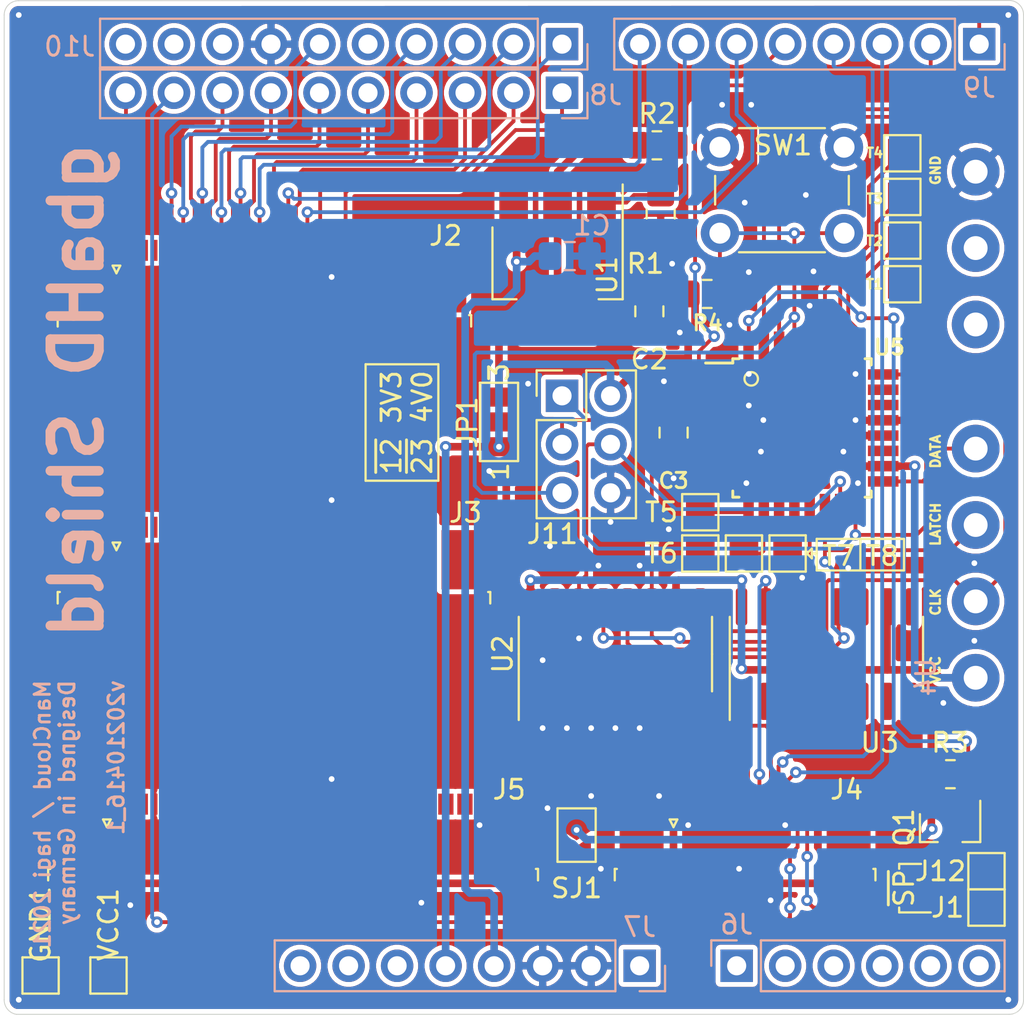
<source format=kicad_pcb>
(kicad_pcb (version 20171130) (host pcbnew "(5.1.6)-1")
  (layers (0 F.Cu signal) (31 B.Cu signal) (34 B.Paste user) (35 F.Paste user) (36 B.SilkS user) (37 F.SilkS user) (38 B.Mask user) (39 F.Mask user) (44 Edge.Cuts user))
  (net 0 "")
  (net 1 GND)
  (net 2 GB_SPS)
  (net 3 GB_R5)
  (net 4 GB_G2)
  (net 5 GB_B2)
  (net 6 GB_B1)
  (net 7 GB_G1)
  (net 8 GB_B3)
  (net 9 GB_G5)
  (net 10 GB_DCLK)
  (net 11 GB_R1)
  (net 12 GB_R2)
  (net 13 GB_G3)
  (net 14 GB_B5)
  (net 15 GB_B4)
  (net 16 GB_R3)
  (net 17 GB_G4)
  (net 18 GB_R4)
  (net 19 SP_ARD1)
  (net 20 GBA_AUD1)
  (net 21 GBA_AUD2)
  (net 22 GBA_UP)
  (net 23 GBA_START)
  (net 24 GBA_DOWN)
  (net 25 GBA_A)
  (net 26 GBA_SELECT)
  (net 27 GBA_L)
  (net 28 GBA_CLK)
  (net 29 GBA_LEFT)
  (net 30 GBA_VCC)
  (net 31 GBA_RGHT)
  (net 32 GBA_R)
  (net 33 GBA_B)
  (net 34 AT_RST)
  (net 35 ICSP_MOSI)
  (net 36 ICSP_SCK)
  (net 37 ICSP_MISO)
  (net 38 SNS_LATCH)
  (net 39 GBA_POWER_SEL)
  (net 40 RX)
  (net 41 PIXEL_GRID)
  (net 42 QH_OUT-SER_IN)
  (net 43 +5V)
  (net 44 VCC)
  (net 45 +4V)
  (net 46 "Net-(J1-Pad1)")
  (net 47 +3V3)
  (net 48 "Net-(R1-Pad2)")
  (net 49 "Net-(T1-Pad1)")
  (net 50 "Net-(T2-Pad1)")
  (net 51 "Net-(T3-Pad1)")
  (net 52 "Net-(T4-Pad1)")
  (net 53 "Net-(T5-Pad1)")
  (net 54 "Net-(T6-Pad1)")
  (net 55 "Net-(T7-Pad1)")
  (net 56 "Net-(T8-Pad1)")
  (net 57 ~GBA_BUTTONS_EN~)
  (net 58 "Net-(J2-Pad32)")
  (net 59 "Net-(J2-Pad31)")
  (net 60 "Net-(J2-Pad30)")
  (net 61 "Net-(J2-Pad29)")
  (net 62 "Net-(J2-Pad28)")
  (net 63 "Net-(J2-Pad27)")
  (net 64 "Net-(J2-Pad26)")
  (net 65 "Net-(J2-Pad24)")
  (net 66 "Net-(J2-Pad23)")
  (net 67 "Net-(J2-Pad6)")
  (net 68 "Net-(J2-Pad5)")
  (net 69 "Net-(J2-Pad4)")
  (net 70 "Net-(J2-Pad3)")
  (net 71 "Net-(J2-Pad1)")
  (net 72 "Net-(J3-Pad34)")
  (net 73 "Net-(J3-Pad33)")
  (net 74 "Net-(J3-Pad31)")
  (net 75 "Net-(J3-Pad30)")
  (net 76 "Net-(J3-Pad29)")
  (net 77 "Net-(J3-Pad28)")
  (net 78 "Net-(J3-Pad27)")
  (net 79 "Net-(J3-Pad26)")
  (net 80 "Net-(J3-Pad24)")
  (net 81 "Net-(J3-Pad23)")
  (net 82 "Net-(J3-Pad5)")
  (net 83 "Net-(J3-Pad4)")
  (net 84 "Net-(J3-Pad3)")
  (net 85 "Net-(J3-Pad1)")
  (net 86 "Net-(J5-Pad40)")
  (net 87 "Net-(J5-Pad39)")
  (net 88 "Net-(J5-Pad38)")
  (net 89 "Net-(J5-Pad37)")
  (net 90 "Net-(J5-Pad36)")
  (net 91 "Net-(J5-Pad34)")
  (net 92 "Net-(J5-Pad33)")
  (net 93 "Net-(J5-Pad32)")
  (net 94 "Net-(J5-Pad31)")
  (net 95 "Net-(J5-Pad30)")
  (net 96 "Net-(J5-Pad29)")
  (net 97 "Net-(J5-Pad28)")
  (net 98 "Net-(J5-Pad27)")
  (net 99 "Net-(J5-Pad25)")
  (net 100 "Net-(J5-Pad24)")
  (net 101 "Net-(J5-Pad7)")
  (net 102 "Net-(J5-Pad5)")
  (net 103 "Net-(J5-Pad4)")
  (net 104 "Net-(J5-Pad2)")
  (net 105 "Net-(J5-Pad1)")
  (net 106 AR_A5)
  (net 107 AR_A4)
  (net 108 AR_A3)
  (net 109 AR_A2)
  (net 110 AR_A1)
  (net 111 AR_A0)
  (net 112 "Net-(J7-Pad8)")
  (net 113 "Net-(J7-Pad7)")
  (net 114 SP_ARRES)
  (net 115 SP_VIN)
  (net 116 SP_ARSCL)
  (net 117 SP_ARSDA)
  (net 118 "Net-(J10-Pad8)")
  (net 119 SP_ARD12)
  (net 120 "Net-(U3-Pad9)")
  (net 121 "Net-(U3-Pad7)")
  (net 122 "Net-(U3-Pad6)")
  (net 123 "Net-(U3-Pad5)")
  (net 124 "Net-(U3-Pad4)")
  (net 125 "Net-(U3-Pad3)")
  (net 126 "Net-(U3-Pad2)")
  (net 127 "Net-(U5-Pad28)")
  (net 128 "Net-(U5-Pad23)")
  (net 129 "Net-(U5-Pad22)")
  (net 130 "Net-(U5-Pad19)")
  (net 131 "Net-(U5-Pad8)")
  (net 132 "Net-(U5-Pad7)")
  (net 133 "Net-(U5-Pad2)")
  (module Button_Switch_THT:SW_PUSH_6mm (layer F.Cu) (at 83.6 38.6 180)
    (fp_text reference SW1 (at 3.2 4.6) (layer F.SilkS))
    (fp_text value SW_Push)
    (pad 1 thru_hole circle (at 6.5 0 270) (size 2 2) (drill 1.1) (layers *.Cu *.Mask) (net 34 AT_RST))
    (pad 2 thru_hole circle (at 6.5 4.5 270) (size 2 2) (drill 1.1) (layers *.Cu *.Mask) (net 1 GND))
    (pad 1 thru_hole circle (at 0 0 270) (size 2 2) (drill 1.1) (layers *.Cu *.Mask) (net 34 AT_RST))
    (pad 2 thru_hole circle (at 0 4.5 270) (size 2 2) (drill 1.1) (layers *.Cu *.Mask) (net 1 GND))
  )
  (module Package_TO_SOT_SMD:SOT-223-3_TabPin2 (layer F.Cu) (at 68.6 40.15 270)
    (fp_text reference U1 (at 0.65 -2.6 90) (layer F.SilkS))
    (fp_text value AMS1117-ADJ)
    (pad 1 smd rect (at -3.15 -2.3 270) (size 2 1.5) (layers F.Cu F.Paste F.Mask) (net 48 "Net-(R1-Pad2)"))
    (pad 3 smd rect (at -3.15 2.3 270) (size 2 1.5) (layers F.Cu F.Paste F.Mask) (net 43 +5V))
    (pad 2 smd rect (at -3.15 0 270) (size 2 1.5) (layers F.Cu F.Paste F.Mask) (net 45 +4V))
    (pad 2 smd rect (at 3.15 0 270) (size 2 3.8) (layers F.Cu F.Paste F.Mask) (net 45 +4V))
  )
  (module TestPoint:TestPoint_Pad_1.5x1.5mm (layer F.Cu) (at 91.059 72.009)
    (fp_text reference J12 (at -2.413 0) (layer F.SilkS))
    (fp_text value Conn_01x01)
    (pad 1 smd rect (at 0 0) (size 1.5 1.5) (layers F.Cu F.Mask) (net 44 VCC))
  )
  (module Package_QFP:TQFP-32_7x7mm_P0.8mm (layer F.Cu) (at 81.4 48.8)
    (fp_text reference U5 (at 4.579 -4.223) (layer F.SilkS) (effects (font (size 0.8 0.8))))
    (fp_text value ATmega328P-AU hide)
    (pad 32 smd rect (at -2.8 -4.25 90) (size 1.6 0.55) (layers F.Cu F.Paste F.Mask) (net 39 GBA_POWER_SEL))
    (pad 31 smd rect (at -2 -4.25 90) (size 1.6 0.55) (layers F.Cu F.Paste F.Mask) (net 40 RX))
    (pad 30 smd rect (at -1.2 -4.25 90) (size 1.6 0.55) (layers F.Cu F.Paste F.Mask) (net 19 SP_ARD1))
    (pad 29 smd rect (at -0.4 -4.25 90) (size 1.6 0.55) (layers F.Cu F.Paste F.Mask) (net 34 AT_RST))
    (pad 28 smd rect (at 0.4 -4.25 90) (size 1.6 0.55) (layers F.Cu F.Paste F.Mask) (net 127 "Net-(U5-Pad28)"))
    (pad 27 smd rect (at 1.2 -4.25 90) (size 1.6 0.55) (layers F.Cu F.Paste F.Mask) (net 52 "Net-(T4-Pad1)"))
    (pad 26 smd rect (at 2 -4.25 90) (size 1.6 0.55) (layers F.Cu F.Paste F.Mask) (net 51 "Net-(T3-Pad1)"))
    (pad 25 smd rect (at 2.8 -4.25 90) (size 1.6 0.55) (layers F.Cu F.Paste F.Mask) (net 50 "Net-(T2-Pad1)"))
    (pad 24 smd rect (at 4.25 -2.8) (size 1.6 0.55) (layers F.Cu F.Paste F.Mask) (net 49 "Net-(T1-Pad1)"))
    (pad 23 smd rect (at 4.25 -2) (size 1.6 0.55) (layers F.Cu F.Paste F.Mask) (net 128 "Net-(U5-Pad23)"))
    (pad 22 smd rect (at 4.25 -1.2) (size 1.6 0.55) (layers F.Cu F.Paste F.Mask) (net 129 "Net-(U5-Pad22)"))
    (pad 21 smd rect (at 4.25 -0.4) (size 1.6 0.55) (layers F.Cu F.Paste F.Mask) (net 1 GND))
    (pad 20 smd rect (at 4.25 0.4) (size 1.6 0.55) (layers F.Cu F.Paste F.Mask) (net 47 +3V3))
    (pad 19 smd rect (at 4.25 1.2) (size 1.6 0.55) (layers F.Cu F.Paste F.Mask) (net 130 "Net-(U5-Pad19)"))
    (pad 18 smd rect (at 4.25 2) (size 1.6 0.55) (layers F.Cu F.Paste F.Mask) (net 47 +3V3))
    (pad 17 smd rect (at 4.25 2.8) (size 1.6 0.55) (layers F.Cu F.Paste F.Mask) (net 36 ICSP_SCK))
    (pad 16 smd rect (at 2.8 4.25 90) (size 1.6 0.55) (layers F.Cu F.Paste F.Mask) (net 37 ICSP_MISO))
    (pad 15 smd rect (at 2 4.25 90) (size 1.6 0.55) (layers F.Cu F.Paste F.Mask) (net 35 ICSP_MOSI))
    (pad 14 smd rect (at 1.2 4.25 90) (size 1.6 0.55) (layers F.Cu F.Paste F.Mask) (net 38 SNS_LATCH))
    (pad 13 smd rect (at 0.4 4.25 90) (size 1.6 0.55) (layers F.Cu F.Paste F.Mask) (net 57 ~GBA_BUTTONS_EN~))
    (pad 12 smd rect (at -0.4 4.25 90) (size 1.6 0.55) (layers F.Cu F.Paste F.Mask) (net 56 "Net-(T8-Pad1)"))
    (pad 11 smd rect (at -1.2 4.25 90) (size 1.6 0.55) (layers F.Cu F.Paste F.Mask) (net 55 "Net-(T7-Pad1)"))
    (pad 10 smd rect (at -2 4.25 90) (size 1.6 0.55) (layers F.Cu F.Paste F.Mask) (net 54 "Net-(T6-Pad1)"))
    (pad 9 smd rect (at -2.8 4.25 90) (size 1.6 0.55) (layers F.Cu F.Paste F.Mask) (net 53 "Net-(T5-Pad1)"))
    (pad 8 smd rect (at -4.25 2.8) (size 1.6 0.55) (layers F.Cu F.Paste F.Mask) (net 131 "Net-(U5-Pad8)"))
    (pad 7 smd rect (at -4.25 2) (size 1.6 0.55) (layers F.Cu F.Paste F.Mask) (net 132 "Net-(U5-Pad7)"))
    (pad 6 smd rect (at -4.25 1.2) (size 1.6 0.55) (layers F.Cu F.Paste F.Mask) (net 47 +3V3))
    (pad 5 smd rect (at -4.25 0.4) (size 1.6 0.55) (layers F.Cu F.Paste F.Mask) (net 1 GND))
    (pad 4 smd rect (at -4.25 -0.4) (size 1.6 0.55) (layers F.Cu F.Paste F.Mask) (net 47 +3V3))
    (pad 3 smd rect (at -4.25 -1.2) (size 1.6 0.55) (layers F.Cu F.Paste F.Mask) (net 1 GND))
    (pad 2 smd rect (at -4.25 -2) (size 1.6 0.55) (layers F.Cu F.Paste F.Mask) (net 133 "Net-(U5-Pad2)"))
    (pad 1 smd rect (at -4.25 -2.8) (size 1.6 0.55) (layers F.Cu F.Paste F.Mask) (net 41 PIXEL_GRID))
  )
  (module TestPoint:TestPoint_Pad_1.5x1.5mm (layer F.Cu) (at 41.529 77.47)
    (fp_text reference GND1 (at 0 -2.667 90) (layer F.SilkS))
    (fp_text value Conn_01x01)
    (pad 1 smd rect (at 0 0) (size 1.5 1.5) (layers F.Cu F.Mask) (net 1 GND))
  )
  (module TestPoint:TestPoint_Pad_1.5x1.5mm (layer F.Cu) (at 45.085 77.47)
    (fp_text reference VCC1 (at 0 -2.667 90) (layer F.SilkS))
    (fp_text value Conn_01x01)
    (pad 1 smd rect (at 0 0) (size 1.5 1.5) (layers F.Cu F.Mask) (net 30 GBA_VCC))
  )
  (module Resistor_SMD:R_0805_2012Metric_Pad1.20x1.40mm_HandSolder (layer F.Cu) (at 76.438 41.783)
    (fp_text reference R4 (at 0.016 1.524 180) (layer F.SilkS) (effects (font (size 0.8 0.8))))
    (fp_text value 10K hide)
    (pad 2 smd roundrect (at 1 0) (size 1.2 1.4) (layers F.Cu F.Paste F.Mask) (roundrect_rratio 0.2083325) (net 34 AT_RST))
    (pad 1 smd roundrect (at -1 0) (size 1.2 1.4) (layers F.Cu F.Paste F.Mask) (roundrect_rratio 0.2083325) (net 47 +3V3))
  )
  (module Resistor_SMD:R_0805_2012Metric_Pad1.20x1.40mm_HandSolder (layer F.Cu) (at 74 37.6 90)
    (fp_text reference R1 (at -2.6 -0.8) (layer F.SilkS))
    (fp_text value 2.2k)
    (pad 2 smd roundrect (at 1 0 90) (size 1.2 1.4) (layers F.Cu F.Paste F.Mask) (roundrect_rratio 0.2083325) (net 48 "Net-(R1-Pad2)"))
    (pad 1 smd roundrect (at -1 0 90) (size 1.2 1.4) (layers F.Cu F.Paste F.Mask) (roundrect_rratio 0.2083325) (net 1 GND))
  )
  (module Capacitor_SMD:C_0805_2012Metric_Pad1.18x1.45mm_HandSolder (layer B.Cu) (at 69.2375 39.8 180)
    (fp_text reference C1 (at -1.1625 1.6 180) (layer B.SilkS) (effects (justify mirror)))
    (fp_text value 100nF hide)
    (pad 2 smd roundrect (at 1.0375 0 180) (size 1.175 1.45) (layers B.Cu B.Paste B.Mask) (roundrect_rratio 0.2127659574468085) (net 43 +5V))
    (pad 1 smd roundrect (at -1.0375 0 180) (size 1.175 1.45) (layers B.Cu B.Paste B.Mask) (roundrect_rratio 0.2127659574468085) (net 1 GND))
  )
  (module Jumper:SolderJumper-3_P1.3mm_Open_Pad1.0x1.5mm_NumberLabels (layer F.Cu) (at 65.532 48.484 90)
    (fp_text reference JP1 (at -0.03 -1.651 270) (layer F.SilkS))
    (fp_text value SolderJumper_3_Open)
    (fp_text user 1 (at -2.6 0 90) (layer F.SilkS))
    (fp_text user 3 (at 2.6 0 90) (layer F.SilkS))
    (pad 1 smd rect (at -1.3 0 90) (size 1 1.5) (layers F.Cu F.Mask) (net 47 +3V3))
    (pad 2 smd rect (at 0 0 90) (size 1 1.5) (layers F.Cu F.Mask) (net 44 VCC))
    (pad 3 smd rect (at 1.3 0 90) (size 1 1.5) (layers F.Cu F.Mask) (net 45 +4V))
  )
  (module Resistor_SMD:R_0805_2012Metric_Pad1.20x1.40mm_HandSolder (layer F.Cu) (at 73.8 34 180)
    (fp_text reference R2 (at -0.016 1.651) (layer F.SilkS))
    (fp_text value 1k)
    (pad 2 smd roundrect (at 1 0 180) (size 1.2 1.4) (layers F.Cu F.Paste F.Mask) (roundrect_rratio 0.2083325) (net 45 +4V))
    (pad 1 smd roundrect (at -1 0 180) (size 1.2 1.4) (layers F.Cu F.Paste F.Mask) (roundrect_rratio 0.2083325) (net 48 "Net-(R1-Pad2)"))
  )
  (module Jumper:SolderJumper-2_P1.3mm_Open_TrianglePad1.0x1.5mm (layer F.Cu) (at 69.596 70.119 270)
    (fp_text reference SJ1 (at 2.779 0 180) (layer F.SilkS))
    (fp_text value SOLDER_JUMPER hide)
    (pad 1 smd custom (at -0.725 0 270) (size 0.3 0.3) (layers F.Cu F.Mask) (net 44 VCC) (options (clearance outline) (anchor rect)) (primitives (gr_poly (pts (xy -0.5 -0.75) (xy 0.5 -0.75) (xy 1 0) (xy 0.5 0.75) (xy -0.5 0.75)) (width 0))))
    (pad 2 smd custom (at 0.725 0 270) (size 0.3 0.3) (layers F.Cu F.Mask) (net 30 GBA_VCC) (options (clearance outline) (anchor rect)) (primitives (gr_poly (pts (xy -0.65 -0.75) (xy 0.5 -0.75) (xy 0.5 0.75) (xy -0.65 0.75) (xy -0.15 0)) (width 0))))
  )
  (module Connector_FFC-FPC:TE_1-1734839-6_1x16-1MP_P0.5mm_Horizontal (layer F.Cu) (at 78.42 69.85)
    (fp_text reference J4 (at 5.32 -2.112) (layer F.SilkS))
    (fp_text value Conn_01x16 hide)
    (pad MP smd rect (at 5.42 0.35) (size 2.3 3.1) (layers F.Cu F.Paste F.Mask))
    (pad MP smd rect (at -5.42 0.35) (size 2.3 3.1) (layers F.Cu F.Paste F.Mask))
    (pad 16 smd rect (at 3.75 -1.35) (size 0.3 1.1) (layers F.Cu F.Paste F.Mask) (net 1 GND))
    (pad 15 smd rect (at 3.25 -1.35) (size 0.3 1.1) (layers F.Cu F.Paste F.Mask) (net 46 "Net-(J1-Pad1)"))
    (pad 14 smd rect (at 2.75 -1.35) (size 0.3 1.1) (layers F.Cu F.Paste F.Mask) (net 28 GBA_CLK))
    (pad 13 smd rect (at 2.25 -1.35) (size 0.3 1.1) (layers F.Cu F.Paste F.Mask) (net 20 GBA_AUD1))
    (pad 12 smd rect (at 1.75 -1.35) (size 0.3 1.1) (layers F.Cu F.Paste F.Mask) (net 21 GBA_AUD2))
    (pad 11 smd rect (at 1.25 -1.35) (size 0.3 1.1) (layers F.Cu F.Paste F.Mask) (net 26 GBA_SELECT))
    (pad 10 smd rect (at 0.75 -1.35) (size 0.3 1.1) (layers F.Cu F.Paste F.Mask) (net 23 GBA_START))
    (pad 9 smd rect (at 0.25 -1.35) (size 0.3 1.1) (layers F.Cu F.Paste F.Mask) (net 32 GBA_R))
    (pad 8 smd rect (at -0.25 -1.35) (size 0.3 1.1) (layers F.Cu F.Paste F.Mask) (net 27 GBA_L))
    (pad 7 smd rect (at -0.75 -1.35) (size 0.3 1.1) (layers F.Cu F.Paste F.Mask) (net 33 GBA_B))
    (pad 6 smd rect (at -1.25 -1.35) (size 0.3 1.1) (layers F.Cu F.Paste F.Mask) (net 25 GBA_A))
    (pad 5 smd rect (at -1.75 -1.35) (size 0.3 1.1) (layers F.Cu F.Paste F.Mask) (net 31 GBA_RGHT))
    (pad 4 smd rect (at -2.25 -1.35) (size 0.3 1.1) (layers F.Cu F.Paste F.Mask) (net 29 GBA_LEFT))
    (pad 3 smd rect (at -2.75 -1.35) (size 0.3 1.1) (layers F.Cu F.Paste F.Mask) (net 24 GBA_DOWN))
    (pad 2 smd rect (at -3.25 -1.35) (size 0.3 1.1) (layers F.Cu F.Paste F.Mask) (net 22 GBA_UP))
    (pad 1 smd rect (at -3.75 -1.35) (size 0.3 1.1) (layers F.Cu F.Paste F.Mask) (net 30 GBA_VCC))
  )
  (module TestPoint:TestPoint_Pad_1.5x1.5mm (layer F.Cu) (at 86.652 36.703)
    (fp_text reference T3 (at -1.452 0.097) (layer F.SilkS) (effects (font (size 0.5 0.5) (thickness 0.125))))
    (fp_text value Conn_01x01)
    (pad 1 smd rect (at 0 0) (size 1.5 1.5) (layers F.Cu F.Mask) (net 51 "Net-(T3-Pad1)"))
  )
  (module TestPoint:TestPoint_Pad_1.5x1.5mm (layer F.Cu) (at 86.652 41.275)
    (fp_text reference T1 (at -1.452 0) (layer F.SilkS) (effects (font (size 0.5 0.5) (thickness 0.125))))
    (fp_text value Conn_01x01)
    (pad 1 smd rect (at 0 0) (size 1.5 1.5) (layers F.Cu F.Mask) (net 49 "Net-(T1-Pad1)"))
  )
  (module TestPoint:TestPoint_Pad_1.5x1.5mm (layer F.Cu) (at 86.652 38.989)
    (fp_text reference T2 (at -1.452 0.011) (layer F.SilkS) (effects (font (size 0.5 0.5) (thickness 0.125))))
    (fp_text value Conn_01x01)
    (pad 1 smd rect (at 0 0) (size 1.5 1.5) (layers F.Cu F.Mask) (net 50 "Net-(T2-Pad1)"))
  )
  (module TestPoint:TestPoint_Pad_1.5x1.5mm (layer F.Cu) (at 86.652 34.417)
    (fp_text reference T4 (at -1.452 -0.017) (layer F.SilkS) (effects (font (size 0.5 0.5) (thickness 0.125))))
    (fp_text value Conn_01x01)
    (pad 1 smd rect (at 0 0) (size 1.5 1.5) (layers F.Cu F.Mask) (net 52 "Net-(T4-Pad1)"))
  )
  (module TestPoint:TestPoint_Pad_1.5x1.5mm (layer F.Cu) (at 80.645 55.372)
    (fp_text reference T8 (at 4.953 0.127) (layer F.SilkS))
    (fp_text value Conn_01x01)
    (pad 1 smd rect (at 0 0) (size 1.5 1.5) (layers F.Cu F.Mask) (net 56 "Net-(T8-Pad1)"))
  )
  (module TestPoint:TestPoint_Pad_1.5x1.5mm (layer F.Cu) (at 78.359 55.372)
    (fp_text reference T7 (at 4.953 0.127) (layer F.SilkS))
    (fp_text value Conn_01x01)
    (pad 1 smd rect (at 0 0) (size 1.5 1.5) (layers F.Cu F.Mask) (net 55 "Net-(T7-Pad1)"))
  )
  (module TestPoint:TestPoint_Pad_1.5x1.5mm (layer F.Cu) (at 76.073 55.372)
    (fp_text reference T6 (at -2.032 0 180) (layer F.SilkS))
    (fp_text value Conn_01x01 hide)
    (pad 1 smd rect (at 0 0) (size 1.5 1.5) (layers F.Cu F.Mask) (net 54 "Net-(T6-Pad1)"))
  )
  (module TestPoint:TestPoint_Pad_1.5x1.5mm (layer F.Cu) (at 76.073 53.213)
    (fp_text reference T5 (at -2.032 0 180) (layer F.SilkS))
    (fp_text value Conn_01x01)
    (pad 1 smd rect (at 0 0) (size 1.5 1.5) (layers F.Cu F.Mask) (net 53 "Net-(T5-Pad1)"))
  )
  (module Connector_FFC-FPC:TE_4-1734839-0_1x40-1MP_P0.5mm_Horizontal (layer F.Cu) (at 54.75 69.85)
    (fp_text reference J5 (at 11.316 -2.112) (layer F.SilkS))
    (fp_text value FFC_OGBA_40)
    (pad MP smd rect (at 11.42 0.35) (size 2.3 3.1) (layers F.Cu F.Paste F.Mask))
    (pad MP smd rect (at -11.42 0.35) (size 2.3 3.1) (layers F.Cu F.Paste F.Mask))
    (pad 40 smd rect (at 9.75 -1.35) (size 0.3 1.1) (layers F.Cu F.Paste F.Mask) (net 86 "Net-(J5-Pad40)"))
    (pad 39 smd rect (at 9.25 -1.35) (size 0.3 1.1) (layers F.Cu F.Paste F.Mask) (net 87 "Net-(J5-Pad39)"))
    (pad 38 smd rect (at 8.75 -1.35) (size 0.3 1.1) (layers F.Cu F.Paste F.Mask) (net 88 "Net-(J5-Pad38)"))
    (pad 37 smd rect (at 8.25 -1.35) (size 0.3 1.1) (layers F.Cu F.Paste F.Mask) (net 89 "Net-(J5-Pad37)"))
    (pad 36 smd rect (at 7.75 -1.35) (size 0.3 1.1) (layers F.Cu F.Paste F.Mask) (net 90 "Net-(J5-Pad36)"))
    (pad 35 smd rect (at 7.25 -1.35) (size 0.3 1.1) (layers F.Cu F.Paste F.Mask) (net 1 GND))
    (pad 34 smd rect (at 6.75 -1.35) (size 0.3 1.1) (layers F.Cu F.Paste F.Mask) (net 91 "Net-(J5-Pad34)"))
    (pad 33 smd rect (at 6.25 -1.35) (size 0.3 1.1) (layers F.Cu F.Paste F.Mask) (net 92 "Net-(J5-Pad33)"))
    (pad 32 smd rect (at 5.75 -1.35) (size 0.3 1.1) (layers F.Cu F.Paste F.Mask) (net 93 "Net-(J5-Pad32)"))
    (pad 31 smd rect (at 5.25 -1.35) (size 0.3 1.1) (layers F.Cu F.Paste F.Mask) (net 94 "Net-(J5-Pad31)"))
    (pad 30 smd rect (at 4.75 -1.35) (size 0.3 1.1) (layers F.Cu F.Paste F.Mask) (net 95 "Net-(J5-Pad30)"))
    (pad 29 smd rect (at 4.25 -1.35) (size 0.3 1.1) (layers F.Cu F.Paste F.Mask) (net 96 "Net-(J5-Pad29)"))
    (pad 28 smd rect (at 3.75 -1.35) (size 0.3 1.1) (layers F.Cu F.Paste F.Mask) (net 97 "Net-(J5-Pad28)"))
    (pad 27 smd rect (at 3.25 -1.35) (size 0.3 1.1) (layers F.Cu F.Paste F.Mask) (net 98 "Net-(J5-Pad27)"))
    (pad 26 smd rect (at 2.75 -1.35) (size 0.3 1.1) (layers F.Cu F.Paste F.Mask) (net 2 GB_SPS))
    (pad 25 smd rect (at 2.25 -1.35) (size 0.3 1.1) (layers F.Cu F.Paste F.Mask) (net 99 "Net-(J5-Pad25)"))
    (pad 24 smd rect (at 1.75 -1.35) (size 0.3 1.1) (layers F.Cu F.Paste F.Mask) (net 100 "Net-(J5-Pad24)"))
    (pad 23 smd rect (at 1.25 -1.35) (size 0.3 1.1) (layers F.Cu F.Paste F.Mask) (net 6 GB_B1))
    (pad 22 smd rect (at 0.75 -1.35) (size 0.3 1.1) (layers F.Cu F.Paste F.Mask) (net 5 GB_B2))
    (pad 21 smd rect (at 0.25 -1.35) (size 0.3 1.1) (layers F.Cu F.Paste F.Mask) (net 8 GB_B3))
    (pad 20 smd rect (at -0.25 -1.35) (size 0.3 1.1) (layers F.Cu F.Paste F.Mask) (net 15 GB_B4))
    (pad 19 smd rect (at -0.75 -1.35) (size 0.3 1.1) (layers F.Cu F.Paste F.Mask) (net 14 GB_B5))
    (pad 18 smd rect (at -1.25 -1.35) (size 0.3 1.1) (layers F.Cu F.Paste F.Mask) (net 1 GND))
    (pad 17 smd rect (at -1.75 -1.35) (size 0.3 1.1) (layers F.Cu F.Paste F.Mask) (net 7 GB_G1))
    (pad 16 smd rect (at -2.25 -1.35) (size 0.3 1.1) (layers F.Cu F.Paste F.Mask) (net 4 GB_G2))
    (pad 15 smd rect (at -2.75 -1.35) (size 0.3 1.1) (layers F.Cu F.Paste F.Mask) (net 13 GB_G3))
    (pad 14 smd rect (at -3.25 -1.35) (size 0.3 1.1) (layers F.Cu F.Paste F.Mask) (net 17 GB_G4))
    (pad 13 smd rect (at -3.75 -1.35) (size 0.3 1.1) (layers F.Cu F.Paste F.Mask) (net 9 GB_G5))
    (pad 12 smd rect (at -4.25 -1.35) (size 0.3 1.1) (layers F.Cu F.Paste F.Mask) (net 11 GB_R1))
    (pad 11 smd rect (at -4.75 -1.35) (size 0.3 1.1) (layers F.Cu F.Paste F.Mask) (net 12 GB_R2))
    (pad 10 smd rect (at -5.25 -1.35) (size 0.3 1.1) (layers F.Cu F.Paste F.Mask) (net 16 GB_R3))
    (pad 9 smd rect (at -5.75 -1.35) (size 0.3 1.1) (layers F.Cu F.Paste F.Mask) (net 18 GB_R4))
    (pad 8 smd rect (at -6.25 -1.35) (size 0.3 1.1) (layers F.Cu F.Paste F.Mask) (net 3 GB_R5))
    (pad 7 smd rect (at -6.75 -1.35) (size 0.3 1.1) (layers F.Cu F.Paste F.Mask) (net 101 "Net-(J5-Pad7)"))
    (pad 6 smd rect (at -7.25 -1.35) (size 0.3 1.1) (layers F.Cu F.Paste F.Mask) (net 1 GND))
    (pad 5 smd rect (at -7.75 -1.35) (size 0.3 1.1) (layers F.Cu F.Paste F.Mask) (net 102 "Net-(J5-Pad5)"))
    (pad 4 smd rect (at -8.25 -1.35) (size 0.3 1.1) (layers F.Cu F.Paste F.Mask) (net 103 "Net-(J5-Pad4)"))
    (pad 3 smd rect (at -8.75 -1.35) (size 0.3 1.1) (layers F.Cu F.Paste F.Mask) (net 10 GB_DCLK))
    (pad 2 smd rect (at -9.25 -1.35) (size 0.3 1.1) (layers F.Cu F.Paste F.Mask) (net 104 "Net-(J5-Pad2)"))
    (pad 1 smd rect (at -9.75 -1.35) (size 0.3 1.1) (layers F.Cu F.Paste F.Mask) (net 105 "Net-(J5-Pad1)"))
  )
  (module Capacitor_SMD:C_0805_2012Metric_Pad1.18x1.45mm_HandSolder (layer F.Cu) (at 74.676 49.0435 90)
    (fp_text reference C3 (at -2.5185 0 180) (layer F.SilkS) (effects (font (size 0.8 0.8))))
    (fp_text value 100nF hide)
    (pad 2 smd roundrect (at 1.0375 0 90) (size 1.175 1.45) (layers F.Cu F.Paste F.Mask) (roundrect_rratio 0.2127659574468085) (net 47 +3V3))
    (pad 1 smd roundrect (at -1.0375 0 90) (size 1.175 1.45) (layers F.Cu F.Paste F.Mask) (roundrect_rratio 0.2127659574468085) (net 1 GND))
  )
  (module Package_TO_SOT_SMD:SOT-23 (layer F.Cu) (at 89.154 69.723 270)
    (fp_text reference Q1 (at 0 2.413 90) (layer F.SilkS))
    (fp_text value Q_PMOS_GSD hide)
    (pad 3 smd rect (at 1 0 270) (size 0.9 0.8) (layers F.Cu F.Paste F.Mask) (net 30 GBA_VCC))
    (pad 2 smd rect (at -1 0.95 270) (size 0.9 0.8) (layers F.Cu F.Paste F.Mask) (net 44 VCC))
    (pad 1 smd rect (at -1 -0.95 270) (size 0.9 0.8) (layers F.Cu F.Paste F.Mask) (net 39 GBA_POWER_SEL))
  )
  (module Resistor_SMD:R_0805_2012Metric_Pad1.20x1.40mm_HandSolder (layer F.Cu) (at 89.17 66.929 180)
    (fp_text reference R3 (at 0.016 1.651) (layer F.SilkS))
    (fp_text value 10K hide)
    (pad 2 smd roundrect (at 1 0 180) (size 1.2 1.4) (layers F.Cu F.Paste F.Mask) (roundrect_rratio 0.2083325) (net 44 VCC))
    (pad 1 smd roundrect (at -1 0 180) (size 1.2 1.4) (layers F.Cu F.Paste F.Mask) (roundrect_rratio 0.2083325) (net 39 GBA_POWER_SEL))
  )
  (module Connector_FFC-FPC:TE_3-1734839-4_1x34-1MP_P0.5mm_Horizontal (layer F.Cu) (at 53.75 55.35)
    (fp_text reference J3 (at 10.03 -2.112) (layer F.SilkS))
    (fp_text value FFC_GBA-SP)
    (pad MP smd rect (at 9.92 0.35) (size 2.3 3.1) (layers F.Cu F.Paste F.Mask))
    (pad MP smd rect (at -9.92 0.35) (size 2.3 3.1) (layers F.Cu F.Paste F.Mask))
    (pad 34 smd rect (at 8.25 -1.35) (size 0.3 1.1) (layers F.Cu F.Paste F.Mask) (net 72 "Net-(J3-Pad34)"))
    (pad 33 smd rect (at 7.75 -1.35) (size 0.3 1.1) (layers F.Cu F.Paste F.Mask) (net 73 "Net-(J3-Pad33)"))
    (pad 32 smd rect (at 7.25 -1.35) (size 0.3 1.1) (layers F.Cu F.Paste F.Mask) (net 1 GND))
    (pad 31 smd rect (at 6.75 -1.35) (size 0.3 1.1) (layers F.Cu F.Paste F.Mask) (net 74 "Net-(J3-Pad31)"))
    (pad 30 smd rect (at 6.25 -1.35) (size 0.3 1.1) (layers F.Cu F.Paste F.Mask) (net 75 "Net-(J3-Pad30)"))
    (pad 29 smd rect (at 5.75 -1.35) (size 0.3 1.1) (layers F.Cu F.Paste F.Mask) (net 76 "Net-(J3-Pad29)"))
    (pad 28 smd rect (at 5.25 -1.35) (size 0.3 1.1) (layers F.Cu F.Paste F.Mask) (net 77 "Net-(J3-Pad28)"))
    (pad 27 smd rect (at 4.75 -1.35) (size 0.3 1.1) (layers F.Cu F.Paste F.Mask) (net 78 "Net-(J3-Pad27)"))
    (pad 26 smd rect (at 4.25 -1.35) (size 0.3 1.1) (layers F.Cu F.Paste F.Mask) (net 79 "Net-(J3-Pad26)"))
    (pad 25 smd rect (at 3.75 -1.35) (size 0.3 1.1) (layers F.Cu F.Paste F.Mask) (net 2 GB_SPS))
    (pad 24 smd rect (at 3.25 -1.35) (size 0.3 1.1) (layers F.Cu F.Paste F.Mask) (net 80 "Net-(J3-Pad24)"))
    (pad 23 smd rect (at 2.75 -1.35) (size 0.3 1.1) (layers F.Cu F.Paste F.Mask) (net 81 "Net-(J3-Pad23)"))
    (pad 22 smd rect (at 2.25 -1.35) (size 0.3 1.1) (layers F.Cu F.Paste F.Mask) (net 6 GB_B1))
    (pad 21 smd rect (at 1.75 -1.35) (size 0.3 1.1) (layers F.Cu F.Paste F.Mask) (net 5 GB_B2))
    (pad 20 smd rect (at 1.25 -1.35) (size 0.3 1.1) (layers F.Cu F.Paste F.Mask) (net 8 GB_B3))
    (pad 19 smd rect (at 0.75 -1.35) (size 0.3 1.1) (layers F.Cu F.Paste F.Mask) (net 15 GB_B4))
    (pad 18 smd rect (at 0.25 -1.35) (size 0.3 1.1) (layers F.Cu F.Paste F.Mask) (net 14 GB_B5))
    (pad 17 smd rect (at -0.25 -1.35) (size 0.3 1.1) (layers F.Cu F.Paste F.Mask) (net 1 GND))
    (pad 16 smd rect (at -0.75 -1.35) (size 0.3 1.1) (layers F.Cu F.Paste F.Mask) (net 7 GB_G1))
    (pad 15 smd rect (at -1.25 -1.35) (size 0.3 1.1) (layers F.Cu F.Paste F.Mask) (net 4 GB_G2))
    (pad 14 smd rect (at -1.75 -1.35) (size 0.3 1.1) (layers F.Cu F.Paste F.Mask) (net 13 GB_G3))
    (pad 13 smd rect (at -2.25 -1.35) (size 0.3 1.1) (layers F.Cu F.Paste F.Mask) (net 17 GB_G4))
    (pad 12 smd rect (at -2.75 -1.35) (size 0.3 1.1) (layers F.Cu F.Paste F.Mask) (net 9 GB_G5))
    (pad 11 smd rect (at -3.25 -1.35) (size 0.3 1.1) (layers F.Cu F.Paste F.Mask) (net 11 GB_R1))
    (pad 10 smd rect (at -3.75 -1.35) (size 0.3 1.1) (layers F.Cu F.Paste F.Mask) (net 12 GB_R2))
    (pad 9 smd rect (at -4.25 -1.35) (size 0.3 1.1) (layers F.Cu F.Paste F.Mask) (net 16 GB_R3))
    (pad 8 smd rect (at -4.75 -1.35) (size 0.3 1.1) (layers F.Cu F.Paste F.Mask) (net 18 GB_R4))
    (pad 7 smd rect (at -5.25 -1.35) (size 0.3 1.1) (layers F.Cu F.Paste F.Mask) (net 3 GB_R5))
    (pad 6 smd rect (at -5.75 -1.35) (size 0.3 1.1) (layers F.Cu F.Paste F.Mask) (net 1 GND))
    (pad 5 smd rect (at -6.25 -1.35) (size 0.3 1.1) (layers F.Cu F.Paste F.Mask) (net 82 "Net-(J3-Pad5)"))
    (pad 4 smd rect (at -6.75 -1.35) (size 0.3 1.1) (layers F.Cu F.Paste F.Mask) (net 83 "Net-(J3-Pad4)"))
    (pad 3 smd rect (at -7.25 -1.35) (size 0.3 1.1) (layers F.Cu F.Paste F.Mask) (net 84 "Net-(J3-Pad3)"))
    (pad 2 smd rect (at -7.75 -1.35) (size 0.3 1.1) (layers F.Cu F.Paste F.Mask) (net 10 GB_DCLK))
    (pad 1 smd rect (at -8.25 -1.35) (size 0.3 1.1) (layers F.Cu F.Paste F.Mask) (net 85 "Net-(J3-Pad1)"))
  )
  (module TestPoint:TestPoint_Pad_1.5x1.5mm (layer F.Cu) (at 91.059 73.914 180)
    (fp_text reference J1 (at 2.032 0) (layer F.SilkS))
    (fp_text value Conn_01x01 hide)
    (pad 1 smd rect (at 0 0 180) (size 1.5 1.5) (layers F.Cu F.Mask) (net 46 "Net-(J1-Pad1)"))
  )
  (module Connector_PinHeader_2.54mm:PinHeader_2x03_P2.54mm_Vertical (layer F.Cu) (at 68.834 47.117)
    (fp_text reference J11 (at -0.508 7.239) (layer F.SilkS))
    (fp_text value Conn_02x03_Odd_Even hide)
    (pad 6 thru_hole oval (at 2.54 5.08) (size 1.7 1.7) (drill 1) (layers *.Cu *.Mask) (net 1 GND))
    (pad 5 thru_hole oval (at 0 5.08) (size 1.7 1.7) (drill 1) (layers *.Cu *.Mask) (net 34 AT_RST))
    (pad 4 thru_hole oval (at 2.54 2.54) (size 1.7 1.7) (drill 1) (layers *.Cu *.Mask) (net 35 ICSP_MOSI))
    (pad 3 thru_hole oval (at 0 2.54) (size 1.7 1.7) (drill 1) (layers *.Cu *.Mask) (net 36 ICSP_SCK))
    (pad 2 thru_hole oval (at 2.54 0) (size 1.7 1.7) (drill 1) (layers *.Cu *.Mask) (net 47 +3V3))
    (pad 1 thru_hole rect (at 0 0) (size 1.7 1.7) (drill 1) (layers *.Cu *.Mask) (net 37 ICSP_MISO))
  )
  (module Capacitor_SMD:C_0805_2012Metric_Pad1.18x1.45mm_HandSolder (layer F.Cu) (at 73.406 42.6935 90)
    (fp_text reference C2 (at -2.5185 0 180) (layer F.SilkS))
    (fp_text value 22u)
    (pad 2 smd roundrect (at 1.0375 0 90) (size 1.175 1.45) (layers F.Cu F.Paste F.Mask) (roundrect_rratio 0.2127659574468085) (net 45 +4V))
    (pad 1 smd roundrect (at -1.0375 0 90) (size 1.175 1.45) (layers F.Cu F.Paste F.Mask) (roundrect_rratio 0.2127659574468085) (net 1 GND))
  )
  (module Connector_FFC-FPC:TE_3-1734839-2_1x32-1MP_P0.5mm_Horizontal (layer F.Cu) (at 53.25 40.85)
    (fp_text reference J2 (at 9.488 -2.115) (layer F.SilkS))
    (fp_text value FFC_OGBA_32)
    (pad MP smd rect (at 9.42 0.35) (size 2.3 3.1) (layers F.Cu F.Paste F.Mask))
    (pad MP smd rect (at -9.42 0.35) (size 2.3 3.1) (layers F.Cu F.Paste F.Mask))
    (pad 32 smd rect (at 7.75 -1.35) (size 0.3 1.1) (layers F.Cu F.Paste F.Mask) (net 58 "Net-(J2-Pad32)"))
    (pad 31 smd rect (at 7.25 -1.35) (size 0.3 1.1) (layers F.Cu F.Paste F.Mask) (net 59 "Net-(J2-Pad31)"))
    (pad 30 smd rect (at 6.75 -1.35) (size 0.3 1.1) (layers F.Cu F.Paste F.Mask) (net 60 "Net-(J2-Pad30)"))
    (pad 29 smd rect (at 6.25 -1.35) (size 0.3 1.1) (layers F.Cu F.Paste F.Mask) (net 61 "Net-(J2-Pad29)"))
    (pad 28 smd rect (at 5.75 -1.35) (size 0.3 1.1) (layers F.Cu F.Paste F.Mask) (net 62 "Net-(J2-Pad28)"))
    (pad 27 smd rect (at 5.25 -1.35) (size 0.3 1.1) (layers F.Cu F.Paste F.Mask) (net 63 "Net-(J2-Pad27)"))
    (pad 26 smd rect (at 4.75 -1.35) (size 0.3 1.1) (layers F.Cu F.Paste F.Mask) (net 64 "Net-(J2-Pad26)"))
    (pad 25 smd rect (at 4.25 -1.35) (size 0.3 1.1) (layers F.Cu F.Paste F.Mask) (net 2 GB_SPS))
    (pad 24 smd rect (at 3.75 -1.35) (size 0.3 1.1) (layers F.Cu F.Paste F.Mask) (net 65 "Net-(J2-Pad24)"))
    (pad 23 smd rect (at 3.25 -1.35) (size 0.3 1.1) (layers F.Cu F.Paste F.Mask) (net 66 "Net-(J2-Pad23)"))
    (pad 22 smd rect (at 2.75 -1.35) (size 0.3 1.1) (layers F.Cu F.Paste F.Mask) (net 6 GB_B1))
    (pad 21 smd rect (at 2.25 -1.35) (size 0.3 1.1) (layers F.Cu F.Paste F.Mask) (net 5 GB_B2))
    (pad 20 smd rect (at 1.75 -1.35) (size 0.3 1.1) (layers F.Cu F.Paste F.Mask) (net 8 GB_B3))
    (pad 19 smd rect (at 1.25 -1.35) (size 0.3 1.1) (layers F.Cu F.Paste F.Mask) (net 15 GB_B4))
    (pad 18 smd rect (at 0.75 -1.35) (size 0.3 1.1) (layers F.Cu F.Paste F.Mask) (net 14 GB_B5))
    (pad 17 smd rect (at 0.25 -1.35) (size 0.3 1.1) (layers F.Cu F.Paste F.Mask) (net 1 GND))
    (pad 16 smd rect (at -0.25 -1.35) (size 0.3 1.1) (layers F.Cu F.Paste F.Mask) (net 7 GB_G1))
    (pad 15 smd rect (at -0.75 -1.35) (size 0.3 1.1) (layers F.Cu F.Paste F.Mask) (net 4 GB_G2))
    (pad 14 smd rect (at -1.25 -1.35) (size 0.3 1.1) (layers F.Cu F.Paste F.Mask) (net 13 GB_G3))
    (pad 13 smd rect (at -1.75 -1.35) (size 0.3 1.1) (layers F.Cu F.Paste F.Mask) (net 17 GB_G4))
    (pad 12 smd rect (at -2.25 -1.35) (size 0.3 1.1) (layers F.Cu F.Paste F.Mask) (net 9 GB_G5))
    (pad 11 smd rect (at -2.75 -1.35) (size 0.3 1.1) (layers F.Cu F.Paste F.Mask) (net 11 GB_R1))
    (pad 10 smd rect (at -3.25 -1.35) (size 0.3 1.1) (layers F.Cu F.Paste F.Mask) (net 12 GB_R2))
    (pad 9 smd rect (at -3.75 -1.35) (size 0.3 1.1) (layers F.Cu F.Paste F.Mask) (net 16 GB_R3))
    (pad 8 smd rect (at -4.25 -1.35) (size 0.3 1.1) (layers F.Cu F.Paste F.Mask) (net 18 GB_R4))
    (pad 7 smd rect (at -4.75 -1.35) (size 0.3 1.1) (layers F.Cu F.Paste F.Mask) (net 3 GB_R5))
    (pad 6 smd rect (at -5.25 -1.35) (size 0.3 1.1) (layers F.Cu F.Paste F.Mask) (net 67 "Net-(J2-Pad6)"))
    (pad 5 smd rect (at -5.75 -1.35) (size 0.3 1.1) (layers F.Cu F.Paste F.Mask) (net 68 "Net-(J2-Pad5)"))
    (pad 4 smd rect (at -6.25 -1.35) (size 0.3 1.1) (layers F.Cu F.Paste F.Mask) (net 69 "Net-(J2-Pad4)"))
    (pad 3 smd rect (at -6.75 -1.35) (size 0.3 1.1) (layers F.Cu F.Paste F.Mask) (net 70 "Net-(J2-Pad3)"))
    (pad 2 smd rect (at -7.25 -1.35) (size 0.3 1.1) (layers F.Cu F.Paste F.Mask) (net 10 GB_DCLK))
    (pad 1 smd rect (at -7.75 -1.35) (size 0.3 1.1) (layers F.Cu F.Paste F.Mask) (net 71 "Net-(J2-Pad1)"))
  )
  (module Package_SO:SOIC-16_3.9x9.9mm_P1.27mm (layer F.Cu) (at 71.628 60.641 90)
    (fp_text reference U2 (at 0 -5.9 90) (layer F.SilkS))
    (fp_text value 74HC595 hide)
    (pad 16 smd roundrect (at 2.475 -4.445 90) (size 1.95 0.6) (layers F.Cu F.Paste F.Mask) (net 47 +3V3))
    (pad 15 smd roundrect (at 2.475 -3.175 90) (size 1.95 0.6) (layers F.Cu F.Paste F.Mask) (net 22 GBA_UP))
    (pad 14 smd roundrect (at 2.475 -1.905 90) (size 1.95 0.6) (layers F.Cu F.Paste F.Mask) (net 35 ICSP_MOSI))
    (pad 13 smd roundrect (at 2.475 -0.635 90) (size 1.95 0.6) (layers F.Cu F.Paste F.Mask) (net 57 ~GBA_BUTTONS_EN~))
    (pad 12 smd roundrect (at 2.475 0.635 90) (size 1.95 0.6) (layers F.Cu F.Paste F.Mask) (net 38 SNS_LATCH))
    (pad 11 smd roundrect (at 2.475 1.905 90) (size 1.95 0.6) (layers F.Cu F.Paste F.Mask) (net 36 ICSP_SCK))
    (pad 10 smd roundrect (at 2.475 3.175 90) (size 1.95 0.6) (layers F.Cu F.Paste F.Mask) (net 47 +3V3))
    (pad 9 smd roundrect (at 2.475 4.445 90) (size 1.95 0.6) (layers F.Cu F.Paste F.Mask) (net 42 QH_OUT-SER_IN))
    (pad 8 smd roundrect (at -2.475 4.445 90) (size 1.95 0.6) (layers F.Cu F.Paste F.Mask) (net 1 GND))
    (pad 7 smd roundrect (at -2.475 3.175 90) (size 1.95 0.6) (layers F.Cu F.Paste F.Mask) (net 32 GBA_R))
    (pad 6 smd roundrect (at -2.475 1.905 90) (size 1.95 0.6) (layers F.Cu F.Paste F.Mask) (net 27 GBA_L))
    (pad 5 smd roundrect (at -2.475 0.635 90) (size 1.95 0.6) (layers F.Cu F.Paste F.Mask) (net 33 GBA_B))
    (pad 4 smd roundrect (at -2.475 -0.635 90) (size 1.95 0.6) (layers F.Cu F.Paste F.Mask) (net 25 GBA_A))
    (pad 3 smd roundrect (at -2.475 -1.905 90) (size 1.95 0.6) (layers F.Cu F.Paste F.Mask) (net 31 GBA_RGHT))
    (pad 2 smd roundrect (at -2.475 -3.175 90) (size 1.95 0.6) (layers F.Cu F.Paste F.Mask) (net 29 GBA_LEFT))
    (pad 1 smd roundrect (at -2.475 -4.445 90) (size 1.95 0.6) (layers F.Cu F.Paste F.Mask) (net 24 GBA_DOWN))
  )
  (module Connector_PinHeader_2.54mm:PinHeader_1x10_P2.54mm_Vertical (layer B.Cu) (at 68.834 31.25 90)
    (fp_text reference J8 (at -0.119 2.286) (layer B.SilkS) (effects (justify mirror)))
    (fp_text value Conn_01x10)
    (pad 10 thru_hole oval (at 0 -22.86 90) (size 1.7 1.7) (drill 1) (layers *.Cu *.Mask) (net 10 GB_DCLK))
    (pad 9 thru_hole oval (at 0 -20.32 90) (size 1.7 1.7) (drill 1) (layers *.Cu *.Mask) (net 28 GBA_CLK))
    (pad 8 thru_hole oval (at 0 -17.78 90) (size 1.7 1.7) (drill 1) (layers *.Cu *.Mask) (net 16 GB_R3))
    (pad 7 thru_hole oval (at 0 -15.24 90) (size 1.7 1.7) (drill 1) (layers *.Cu *.Mask) (net 11 GB_R1))
    (pad 6 thru_hole oval (at 0 -12.7 90) (size 1.7 1.7) (drill 1) (layers *.Cu *.Mask) (net 17 GB_G4))
    (pad 5 thru_hole oval (at 0 -10.16 90) (size 1.7 1.7) (drill 1) (layers *.Cu *.Mask) (net 4 GB_G2))
    (pad 4 thru_hole oval (at 0 -7.62 90) (size 1.7 1.7) (drill 1) (layers *.Cu *.Mask) (net 14 GB_B5))
    (pad 3 thru_hole oval (at 0 -5.08 90) (size 1.7 1.7) (drill 1) (layers *.Cu *.Mask) (net 8 GB_B3))
    (pad 2 thru_hole oval (at 0 -2.54 90) (size 1.7 1.7) (drill 1) (layers *.Cu *.Mask) (net 6 GB_B1))
    (pad 1 thru_hole rect (at 0 0 90) (size 1.7 1.7) (drill 1) (layers *.Cu *.Mask) (net 2 GB_SPS))
  )
  (module Package_SO:SOIC-16_3.9x9.9mm_P1.27mm (layer F.Cu) (at 82.677 60.641 90)
    (fp_text reference U3 (at -4.637 2.794 180) (layer F.SilkS))
    (fp_text value 74HC595 hide)
    (pad 16 smd roundrect (at 2.475 -4.445 90) (size 1.95 0.6) (layers F.Cu F.Paste F.Mask) (net 47 +3V3))
    (pad 15 smd roundrect (at 2.475 -3.175 90) (size 1.95 0.6) (layers F.Cu F.Paste F.Mask) (net 23 GBA_START))
    (pad 14 smd roundrect (at 2.475 -1.905 90) (size 1.95 0.6) (layers F.Cu F.Paste F.Mask) (net 42 QH_OUT-SER_IN))
    (pad 13 smd roundrect (at 2.475 -0.635 90) (size 1.95 0.6) (layers F.Cu F.Paste F.Mask) (net 57 ~GBA_BUTTONS_EN~))
    (pad 12 smd roundrect (at 2.475 0.635 90) (size 1.95 0.6) (layers F.Cu F.Paste F.Mask) (net 38 SNS_LATCH))
    (pad 11 smd roundrect (at 2.475 1.905 90) (size 1.95 0.6) (layers F.Cu F.Paste F.Mask) (net 36 ICSP_SCK))
    (pad 10 smd roundrect (at 2.475 3.175 90) (size 1.95 0.6) (layers F.Cu F.Paste F.Mask) (net 47 +3V3))
    (pad 9 smd roundrect (at 2.475 4.445 90) (size 1.95 0.6) (layers F.Cu F.Paste F.Mask) (net 120 "Net-(U3-Pad9)"))
    (pad 8 smd roundrect (at -2.475 4.445 90) (size 1.95 0.6) (layers F.Cu F.Paste F.Mask) (net 1 GND))
    (pad 7 smd roundrect (at -2.475 3.175 90) (size 1.95 0.6) (layers F.Cu F.Paste F.Mask) (net 121 "Net-(U3-Pad7)"))
    (pad 6 smd roundrect (at -2.475 1.905 90) (size 1.95 0.6) (layers F.Cu F.Paste F.Mask) (net 122 "Net-(U3-Pad6)"))
    (pad 5 smd roundrect (at -2.475 0.635 90) (size 1.95 0.6) (layers F.Cu F.Paste F.Mask) (net 123 "Net-(U3-Pad5)"))
    (pad 4 smd roundrect (at -2.475 -0.635 90) (size 1.95 0.6) (layers F.Cu F.Paste F.Mask) (net 124 "Net-(U3-Pad4)"))
    (pad 3 smd roundrect (at -2.475 -1.905 90) (size 1.95 0.6) (layers F.Cu F.Paste F.Mask) (net 125 "Net-(U3-Pad3)"))
    (pad 2 smd roundrect (at -2.475 -3.175 90) (size 1.95 0.6) (layers F.Cu F.Paste F.Mask) (net 126 "Net-(U3-Pad2)"))
    (pad 1 smd roundrect (at -2.475 -4.445 90) (size 1.95 0.6) (layers F.Cu F.Paste F.Mask) (net 26 GBA_SELECT))
  )
  (module Connector_PinHeader_2.54mm:PinHeader_1x10_P2.54mm_Vertical (layer B.Cu) (at 68.834 28.702 90)
    (fp_text reference J10 (at -0.127 -25.781) (layer B.SilkS) (effects (justify mirror)))
    (fp_text value Conn_01x10)
    (pad 10 thru_hole oval (at 0 -22.86 90) (size 1.7 1.7) (drill 1) (layers *.Cu *.Mask) (net 116 SP_ARSCL))
    (pad 9 thru_hole oval (at 0 -20.32 90) (size 1.7 1.7) (drill 1) (layers *.Cu *.Mask) (net 117 SP_ARSDA))
    (pad 8 thru_hole oval (at 0 -17.78 90) (size 1.7 1.7) (drill 1) (layers *.Cu *.Mask) (net 118 "Net-(J10-Pad8)"))
    (pad 7 thru_hole oval (at 0 -15.24 90) (size 1.7 1.7) (drill 1) (layers *.Cu *.Mask) (net 1 GND))
    (pad 6 thru_hole oval (at 0 -12.7 90) (size 1.7 1.7) (drill 1) (layers *.Cu *.Mask) (net 3 GB_R5))
    (pad 5 thru_hole oval (at 0 -10.16 90) (size 1.7 1.7) (drill 1) (layers *.Cu *.Mask) (net 119 SP_ARD12))
    (pad 4 thru_hole oval (at 0 -7.62 90) (size 1.7 1.7) (drill 1) (layers *.Cu *.Mask) (net 18 GB_R4))
    (pad 3 thru_hole oval (at 0 -5.08 90) (size 1.7 1.7) (drill 1) (layers *.Cu *.Mask) (net 12 GB_R2))
    (pad 2 thru_hole oval (at 0 -2.54 90) (size 1.7 1.7) (drill 1) (layers *.Cu *.Mask) (net 9 GB_G5))
    (pad 1 thru_hole rect (at 0 0 90) (size 1.7 1.7) (drill 1) (layers *.Cu *.Mask) (net 13 GB_G3))
  )
  (module Connector_PinHeader_2.54mm:PinHeader_1x08_P2.54mm_Vertical (layer B.Cu) (at 90.678 28.702 90)
    (fp_text reference J9 (at -2.286 0) (layer B.SilkS) (effects (justify mirror)))
    (fp_text value Conn_01x08)
    (pad 8 thru_hole oval (at 0 -17.78 90) (size 1.7 1.7) (drill 1) (layers *.Cu *.Mask) (net 7 GB_G1))
    (pad 7 thru_hole oval (at 0 -15.24 90) (size 1.7 1.7) (drill 1) (layers *.Cu *.Mask) (net 15 GB_B4))
    (pad 6 thru_hole oval (at 0 -12.7 90) (size 1.7 1.7) (drill 1) (layers *.Cu *.Mask) (net 5 GB_B2))
    (pad 5 thru_hole oval (at 0 -10.16 90) (size 1.7 1.7) (drill 1) (layers *.Cu *.Mask) (net 41 PIXEL_GRID))
    (pad 4 thru_hole oval (at 0 -7.62 90) (size 1.7 1.7) (drill 1) (layers *.Cu *.Mask) (net 21 GBA_AUD2))
    (pad 3 thru_hole oval (at 0 -5.08 90) (size 1.7 1.7) (drill 1) (layers *.Cu *.Mask) (net 20 GBA_AUD1))
    (pad 2 thru_hole oval (at 0 -2.54 90) (size 1.7 1.7) (drill 1) (layers *.Cu *.Mask) (net 19 SP_ARD1))
    (pad 1 thru_hole rect (at 0 0 90) (size 1.7 1.7) (drill 1) (layers *.Cu *.Mask) (net 40 RX))
  )
  (module Connector_PinHeader_2.54mm:PinHeader_1x06_P2.54mm_Vertical (layer B.Cu) (at 77.978 76.962 270)
    (fp_text reference J6 (at -2.159 0 180) (layer B.SilkS) (effects (justify mirror)))
    (fp_text value Conn_01x06)
    (pad 6 thru_hole oval (at 0 -12.7 270) (size 1.7 1.7) (drill 1) (layers *.Cu *.Mask) (net 106 AR_A5))
    (pad 5 thru_hole oval (at 0 -10.16 270) (size 1.7 1.7) (drill 1) (layers *.Cu *.Mask) (net 107 AR_A4))
    (pad 4 thru_hole oval (at 0 -7.62 270) (size 1.7 1.7) (drill 1) (layers *.Cu *.Mask) (net 108 AR_A3))
    (pad 3 thru_hole oval (at 0 -5.08 270) (size 1.7 1.7) (drill 1) (layers *.Cu *.Mask) (net 109 AR_A2))
    (pad 2 thru_hole oval (at 0 -2.54 270) (size 1.7 1.7) (drill 1) (layers *.Cu *.Mask) (net 110 AR_A1))
    (pad 1 thru_hole rect (at 0 0 270) (size 1.7 1.7) (drill 1) (layers *.Cu *.Mask) (net 111 AR_A0))
  )
  (module Connector_PinHeader_2.54mm:PinHeader_1x08_P2.54mm_Vertical (layer B.Cu) (at 72.898 76.962 90)
    (fp_text reference J7 (at 2.032 0) (layer B.SilkS) (effects (justify mirror)))
    (fp_text value Conn_01x08)
    (pad 8 thru_hole oval (at 0 -17.78 90) (size 1.7 1.7) (drill 1) (layers *.Cu *.Mask) (net 112 "Net-(J7-Pad8)"))
    (pad 7 thru_hole oval (at 0 -15.24 90) (size 1.7 1.7) (drill 1) (layers *.Cu *.Mask) (net 113 "Net-(J7-Pad7)"))
    (pad 6 thru_hole oval (at 0 -12.7 90) (size 1.7 1.7) (drill 1) (layers *.Cu *.Mask) (net 114 SP_ARRES))
    (pad 5 thru_hole oval (at 0 -10.16 90) (size 1.7 1.7) (drill 1) (layers *.Cu *.Mask) (net 47 +3V3))
    (pad 4 thru_hole oval (at 0 -7.62 90) (size 1.7 1.7) (drill 1) (layers *.Cu *.Mask) (net 43 +5V))
    (pad 3 thru_hole oval (at 0 -5.08 90) (size 1.7 1.7) (drill 1) (layers *.Cu *.Mask) (net 1 GND))
    (pad 2 thru_hole oval (at 0 -2.54 90) (size 1.7 1.7) (drill 1) (layers *.Cu *.Mask) (net 1 GND))
    (pad 1 thru_hole rect (at 0 0 90) (size 1.7 1.7) (drill 1) (layers *.Cu *.Mask) (net 115 SP_VIN))
  )
  (module OFFSET:SNES_7PIN (layer B.Cu) (at 91 48 90)
    (fp_text reference U4 (at -13.849 -3.116 -90) (layer B.SilkS) (effects (justify mirror)))
    (fp_text value SNES_7PIN hide)
    (pad 1 thru_hole circle (at -13.881 -0.508 90) (size 2.5 2.5) (drill 1.25) (layers *.Cu *.Mask) (net 47 +3V3))
    (pad 2 thru_hole circle (at -9.881 -0.508 90) (size 2.5 2.5) (drill 1.25) (layers *.Cu *.Mask) (net 36 ICSP_SCK))
    (pad 3 thru_hole circle (at -5.881 -0.508 90) (size 2.5 2.5) (drill 1.25) (layers *.Cu *.Mask) (net 38 SNS_LATCH))
    (pad 4 thru_hole circle (at -1.881 -0.508 90) (size 2.5 2.5) (drill 1.25) (layers *.Cu *.Mask) (net 37 ICSP_MISO))
    (pad 5 thru_hole circle (at 4.619 -0.508 90) (size 2.5 2.5) (drill 1.25) (layers *.Cu *.Mask))
    (pad 6 thru_hole circle (at 8.619 -0.508 90) (size 2.5 2.5) (drill 1.25) (layers *.Cu *.Mask))
    (pad 7 thru_hole circle (at 12.619 -0.508 90) (size 2.5 2.5) (drill 1.25) (layers *.Cu *.Mask) (net 1 GND))
  )
  (gr_line (start 86.487 74.168) (end 88.138 74.168) (layer F.SilkS) (width 0.12))
  (gr_line (start 86.487 73.914) (end 86.487 74.168) (layer F.SilkS) (width 0.12))
  (gr_line (start 86.487 71.628) (end 87.63 71.628) (layer F.SilkS) (width 0.12))
  (gr_line (start 86.487 71.882) (end 86.487 71.628) (layer F.SilkS) (width 0.12))
  (gr_text ~SP~ (at 86.741 72.898 90) (layer F.SilkS) (effects (font (size 1 1))))
  (gr_line (start 62.357 51.562) (end 58.547 51.562) (layer F.SilkS) (width 0.12))
  (gr_line (start 62.357 45.466) (end 62.357 51.562) (layer F.SilkS) (width 0.12))
  (gr_line (start 58.547 45.466) (end 62.357 45.466) (layer F.SilkS) (width 0.12))
  (gr_line (start 58.547 51.562) (end 58.547 45.466) (layer F.SilkS) (width 0.12))
  (gr_text "~12~ 3V3\n~23~ 4V0" (at 60.706 48.514 90) (layer F.SilkS) (effects (font (size 1 1))))
  (gr_line (start 81.915 55.626) (end 81.915 55.372) (layer F.SilkS) (width 0.12))
  (gr_line (start 81.661 55.372) (end 81.915 55.626) (layer F.SilkS) (width 0.12))
  (gr_line (start 81.915 55.118) (end 81.661 55.372) (layer F.SilkS) (width 0.12))
  (gr_line (start 81.915 55.372) (end 81.915 55.118) (layer F.SilkS) (width 0.12))
  (gr_line (start 82.169 55.372) (end 81.915 55.372) (layer F.SilkS) (width 0.12))
  (gr_line (start 84.455 56.261) (end 84.455 54.61) (layer F.SilkS) (width 0.12))
  (gr_line (start 86.741 54.61) (end 82.169 54.61) (layer F.SilkS) (width 0.12))
  (gr_line (start 86.741 56.261) (end 86.741 54.61) (layer F.SilkS) (width 0.12))
  (gr_line (start 82.169 56.261) (end 86.741 56.261) (layer F.SilkS) (width 0.12))
  (gr_line (start 82.169 54.61) (end 82.169 56.261) (layer F.SilkS) (width 0.12))
  (gr_text LATCH (at 88.392 53.848 90) (layer F.SilkS) (effects (font (size 0.5 0.5) (thickness 0.125))))
  (gr_circle (center 78.74 46.228) (end 78.49 46.478) (layer F.SilkS) (width 0.12))
  (gr_line (start 93 27.166) (end 93 78.752) (layer Edge.Cuts) (width 0.05))
  (gr_text CLK (at 88.392 57.912 90) (layer F.SilkS) (effects (font (size 0.5 0.5) (thickness 0.125))))
  (gr_text VCC (at 88.392 61.468 90) (layer F.SilkS) (effects (font (size 0.5 0.5) (thickness 0.125))))
  (gr_text "ManCloud / hagi 2021\nDesigned in Germany\n\nv20210416_1" (at 43.561 61.923333 90) (layer B.SilkS) (effects (font (size 0.8 0.8)) (justify left mirror)))
  (gr_text GND (at 88.392 35.306 90) (layer F.SilkS) (effects (font (size 0.5 0.5) (thickness 0.125))))
  (gr_text DATA (at 88.392 50.038 90) (layer F.SilkS) (effects (font (size 0.5 0.5) (thickness 0.125))))
  (gr_arc (start 40.374 27.178) (end 40.374 26.428) (angle -90) (layer Edge.Cuts) (width 0.05))
  (gr_line (start 39.624 78.74) (end 39.624 27.178) (layer Edge.Cuts) (width 0.05))
  (gr_line (start 92.25 26.416) (end 40.374 26.428) (layer Edge.Cuts) (width 0.05))
  (gr_text "gbaHD Shield" (at 43.434 33.655 90) (layer B.SilkS) (effects (font (size 2.54 2.54) (thickness 0.508)) (justify left mirror)))
  (gr_arc (start 40.386 78.752) (end 39.624 78.74) (angle -81.29130422) (layer Edge.Cuts) (width 0.05))
  (gr_arc (start 92.25 78.752) (end 92.25 79.502) (angle -90) (layer Edge.Cuts) (width 0.05))
  (gr_arc (start 92.25 27.166) (end 93 27.166) (angle -90) (layer Edge.Cuts) (width 0.05))
  (gr_line (start 92.25 79.502) (end 40.258763 79.503398) (layer Edge.Cuts) (width 0.05))
  (via (at 82 40.6) (size 0.6) (drill 0.3) (layers F.Cu B.Cu) (net 1))
  (via (at 81.6 36.6) (size 0.6) (drill 0.3) (layers F.Cu B.Cu) (net 1))
  (via (at 78.4 37) (size 0.6) (drill 0.3) (layers F.Cu B.Cu) (net 1))
  (via (at 75 43.8) (size 0.6) (drill 0.3) (layers F.Cu B.Cu) (net 1))
  (via (at 74.6 40.2) (size 0.6) (drill 0.3) (layers F.Cu B.Cu) (net 1))
  (via (at 78.613 40.64) (size 0.6) (drill 0.3) (layers F.Cu B.Cu) (net 1))
  (segment (start 53.5 39.5) (end 53.5 40.5) (width 0.2) (layer F.Cu) (net 1))
  (segment (start 61 54) (end 61 53) (width 0.2) (layer F.Cu) (net 1))
  (segment (start 61 54) (end 61 55) (width 0.2) (layer F.Cu) (net 1))
  (segment (start 53.5 54) (end 53.5 53) (width 0.2) (layer F.Cu) (net 1))
  (segment (start 53.5 54) (end 53.5 55) (width 0.2) (layer F.Cu) (net 1))
  (segment (start 48 54) (end 48 53) (width 0.2) (layer F.Cu) (net 1))
  (segment (start 48 54) (end 48 55) (width 0.2) (layer F.Cu) (net 1))
  (segment (start 53.5 68.5) (end 53.5 67.5) (width 0.2) (layer F.Cu) (net 1))
  (segment (start 53.5 68.5) (end 53.5 69.5) (width 0.2) (layer F.Cu) (net 1))
  (segment (start 62 68.5) (end 62 67.5) (width 0.2) (layer F.Cu) (net 1))
  (segment (start 62 68.5) (end 62 69.5) (width 0.2) (layer F.Cu) (net 1))
  (segment (start 47.5 68.5) (end 47.5 67.5) (width 0.2) (layer F.Cu) (net 1))
  (segment (start 47.5 68.5) (end 47.5 69.5) (width 0.2) (layer F.Cu) (net 1))
  (via (at 70.739 56.007) (size 0.6) (drill 0.3) (layers F.Cu B.Cu) (net 1))
  (via (at 72.898 56.007) (size 0.6) (drill 0.3) (layers F.Cu B.Cu) (net 1))
  (via (at 84.201 45.974) (size 0.6) (drill 0.3) (layers F.Cu B.Cu) (net 1))
  (via (at 78.613 45.974) (size 0.6) (drill 0.3) (layers F.Cu B.Cu) (net 1))
  (via (at 78.486 51.689) (size 0.6) (drill 0.3) (layers F.Cu B.Cu) (net 1))
  (via (at 79.248 50.038) (size 0.6) (drill 0.3) (layers F.Cu B.Cu) (net 1))
  (via (at 83.566 50.038) (size 0.6) (drill 0.3) (layers F.Cu B.Cu) (net 1))
  (via (at 84.328 51.689) (size 0.6) (drill 0.3) (layers F.Cu B.Cu) (net 1))
  (via (at 78.613 47.625) (size 0.6) (drill 0.3) (layers F.Cu B.Cu) (net 1))
  (via (at 79.375 48.387) (size 0.6) (drill 0.3) (layers F.Cu B.Cu) (net 1))
  (via (at 84.201 48.387) (size 0.6) (drill 0.3) (layers F.Cu B.Cu) (net 1))
  (via (at 74.676 51.435) (size 0.6) (drill 0.3) (layers F.Cu B.Cu) (net 1))
  (via (at 74.168 46.355) (size 0.6) (drill 0.3) (layers F.Cu B.Cu) (net 1))
  (via (at 71.374 53.721) (size 0.6) (drill 0.3) (layers F.Cu B.Cu) (net 1))
  (via (at 90.424 55.88) (size 0.6) (drill 0.3) (layers F.Cu B.Cu) (net 1))
  (via (at 90.424 59.944) (size 0.6) (drill 0.3) (layers F.Cu B.Cu) (net 1))
  (via (at 83.82 56.134) (size 0.6) (drill 0.3) (layers F.Cu B.Cu) (net 1))
  (via (at 88.8 63.2) (size 0.6) (drill 0.3) (layers F.Cu B.Cu) (net 1))
  (via (at 75.438 69.596) (size 0.6) (drill 0.3) (layers F.Cu B.Cu) (net 1))
  (segment (start 82.17 68.96) (end 82.169 68.961) (width 0.2) (layer F.Cu) (net 1))
  (segment (start 82.17 68.5) (end 82.17 68.96) (width 0.2) (layer F.Cu) (net 1))
  (via (at 80.518 69.596) (size 0.6) (drill 0.3) (layers F.Cu B.Cu) (net 1))
  (via (at 78.105 71.882) (size 0.6) (drill 0.3) (layers F.Cu B.Cu) (net 1))
  (via (at 79.756 73.533) (size 0.6) (drill 0.3) (layers F.Cu B.Cu) (net 1))
  (via (at 68.072 68.707) (size 0.6) (drill 0.3) (layers F.Cu B.Cu) (net 1))
  (via (at 64.516 69.596) (size 0.6) (drill 0.3) (layers F.Cu B.Cu) (net 1))
  (via (at 81.407 56.642) (size 0.6) (drill 0.3) (layers F.Cu B.Cu) (net 1))
  (via (at 74.422 54.102) (size 0.6) (drill 0.3) (layers F.Cu B.Cu) (net 1))
  (via (at 77.216 31.877) (size 0.6) (drill 0.3) (layers F.Cu B.Cu) (net 1))
  (via (at 78.74 31.877) (size 0.6) (drill 0.3) (layers F.Cu B.Cu) (net 1))
  (via (at 77.6 43.4) (size 0.6) (drill 0.3) (layers F.Cu B.Cu) (net 1))
  (via (at 81.8 42.4) (size 0.6) (drill 0.3) (layers F.Cu B.Cu) (net 1))
  (via (at 67.818 60.96) (size 0.6) (drill 0.3) (layers F.Cu B.Cu) (net 1))
  (via (at 67.818 64.516) (size 0.6) (drill 0.3) (layers F.Cu B.Cu) (net 1))
  (via (at 69.088 64.516) (size 0.6) (drill 0.3) (layers F.Cu B.Cu) (net 1))
  (via (at 70.358 64.516) (size 0.6) (drill 0.3) (layers F.Cu B.Cu) (net 1))
  (via (at 71.628 64.516) (size 0.6) (drill 0.3) (layers F.Cu B.Cu) (net 1))
  (via (at 72.898 64.516) (size 0.6) (drill 0.3) (layers F.Cu B.Cu) (net 1))
  (via (at 73.914 68.072) (size 0.6) (drill 0.3) (layers F.Cu B.Cu) (net 1))
  (via (at 70.358 68.072) (size 0.6) (drill 0.3) (layers F.Cu B.Cu) (net 1))
  (via (at 70.866 71.882) (size 0.6) (drill 0.3) (layers F.Cu B.Cu) (net 1))
  (via (at 56.769 67.183) (size 0.6) (drill 0.3) (layers F.Cu B.Cu) (net 1))
  (via (at 56.769 40.894) (size 0.6) (drill 0.3) (layers F.Cu B.Cu) (net 1))
  (via (at 40.386 78.74) (size 0.6) (drill 0.3) (layers F.Cu B.Cu) (net 1))
  (via (at 40.386 27.178) (size 0.6) (drill 0.3) (layers F.Cu B.Cu) (net 1))
  (via (at 92.202 27.178) (size 0.6) (drill 0.3) (layers F.Cu B.Cu) (net 1))
  (via (at 92.202 78.74) (size 0.6) (drill 0.3) (layers F.Cu B.Cu) (net 1))
  (via (at 67.056 46.482) (size 0.6) (drill 0.3) (layers F.Cu B.Cu) (net 1))
  (via (at 65.024 51.054) (size 0.6) (drill 0.3) (layers F.Cu B.Cu) (net 1))
  (via (at 69.723 59.817) (size 0.6) (drill 0.3) (layers F.Cu B.Cu) (net 1))
  (via (at 68.199 54.991) (size 0.6) (drill 0.3) (layers F.Cu B.Cu) (net 1))
  (via (at 56.769 52.578) (size 0.6) (drill 0.3) (layers F.Cu B.Cu) (net 1))
  (via (at 61.468 73.66) (size 0.6) (drill 0.3) (layers F.Cu B.Cu) (net 1))
  (via (at 46.228 73.787) (size 0.6) (drill 0.3) (layers F.Cu B.Cu) (net 1))
  (segment (start 82.169 68.961) (end 82.169 69.596) (width 0.2) (layer F.Cu) (net 1))
  (segment (start 82.17 68.5) (end 82.17 67.311) (width 0.2) (layer F.Cu) (net 1))
  (segment (start 57.5 68.5) (end 57.5 54) (width 0.2) (layer F.Cu) (net 2))
  (segment (start 57.5 39.5) (end 57.5 54) (width 0.2) (layer F.Cu) (net 2))
  (segment (start 57.5 36.48) (end 57.5 39.5) (width 0.2) (layer F.Cu) (net 2))
  (segment (start 57.78 36.2) (end 57.5 36.48) (width 0.2) (layer F.Cu) (net 2))
  (segment (start 68.834 32.366) (end 68 33.2) (width 0.2) (layer F.Cu) (net 2))
  (segment (start 68 33.2) (end 66.399998 33.2) (width 0.2) (layer F.Cu) (net 2))
  (segment (start 66.399998 33.2) (end 63.4 36.2) (width 0.2) (layer F.Cu) (net 2))
  (segment (start 68.834 31.25) (end 68.834 32.366) (width 0.2) (layer F.Cu) (net 2))
  (segment (start 63.4 36.2) (end 57.78 36.2) (width 0.2) (layer F.Cu) (net 2))
  (segment (start 48.5 68.5) (end 48.5 54) (width 0.2) (layer F.Cu) (net 3))
  (segment (start 48.5 54) (end 48.5 39.5) (width 0.2) (layer F.Cu) (net 3))
  (segment (start 48.5 37.888073) (end 48.387 37.775073) (width 0.2) (layer F.Cu) (net 3))
  (segment (start 48.5 39.5) (end 48.5 37.888073) (width 0.2) (layer F.Cu) (net 3))
  (segment (start 48.387 33.528) (end 48.387 36.5) (width 0.2) (layer B.Cu) (net 3))
  (via (at 48.387 36.5) (size 0.6) (drill 0.3) (layers F.Cu B.Cu) (net 3))
  (segment (start 48.387 37.775073) (end 48.387 36.5) (width 0.2) (layer F.Cu) (net 3))
  (segment (start 54.61 33.02) (end 48.895 33.02) (width 0.2) (layer B.Cu) (net 3))
  (segment (start 54.864 32.766) (end 54.61 33.02) (width 0.2) (layer B.Cu) (net 3))
  (segment (start 54.864 29.972) (end 54.864 32.766) (width 0.2) (layer B.Cu) (net 3))
  (segment (start 56.134 28.702) (end 54.864 29.972) (width 0.2) (layer B.Cu) (net 3))
  (segment (start 48.895 33.02) (end 48.387 33.528) (width 0.2) (layer B.Cu) (net 3))
  (segment (start 52.5 68.5) (end 52.5 54) (width 0.2) (layer F.Cu) (net 4))
  (segment (start 52.5 54) (end 52.5 39.5) (width 0.2) (layer F.Cu) (net 4))
  (segment (start 52.5 39.5) (end 52.451 39.5) (width 0.2) (layer F.Cu) (net 4))
  (segment (start 52.705 34.671) (end 52.90197 34.47403) (width 0.2) (layer F.Cu) (net 4))
  (segment (start 58.48997 34.47403) (end 58.674 34.29) (width 0.2) (layer F.Cu) (net 4))
  (segment (start 52.705 36.906998) (end 52.705 34.671) (width 0.2) (layer F.Cu) (net 4))
  (segment (start 52.400024 37.880026) (end 52.400024 37.211974) (width 0.2) (layer F.Cu) (net 4))
  (segment (start 52.5 37.980002) (end 52.400024 37.880026) (width 0.2) (layer F.Cu) (net 4))
  (segment (start 52.90197 34.47403) (end 58.48997 34.47403) (width 0.2) (layer F.Cu) (net 4))
  (segment (start 58.674 34.29) (end 58.674 31.25) (width 0.2) (layer F.Cu) (net 4))
  (segment (start 52.5 39.5) (end 52.5 37.980002) (width 0.2) (layer F.Cu) (net 4))
  (segment (start 52.400024 37.211974) (end 52.705 36.906998) (width 0.2) (layer F.Cu) (net 4))
  (segment (start 55.5 54.75) (end 55.5 68.5) (width 0.2) (layer F.Cu) (net 5))
  (segment (start 55.5 54) (end 55.5 54.75) (width 0.2) (layer F.Cu) (net 5))
  (segment (start 55.5 39.5) (end 55.5 54) (width 0.2) (layer F.Cu) (net 5))
  (via (at 55.5 37.5) (size 0.6) (drill 0.3) (layers F.Cu B.Cu) (net 5))
  (segment (start 55.5 39.5) (end 55.5 37.5) (width 0.2) (layer F.Cu) (net 5))
  (segment (start 78.8 33.2) (end 77.978 32.378) (width 0.2) (layer B.Cu) (net 5))
  (segment (start 78.8 34.8) (end 78.8 33.2) (width 0.2) (layer B.Cu) (net 5))
  (segment (start 55.5 37.5) (end 76.1 37.5) (width 0.2) (layer B.Cu) (net 5))
  (segment (start 77.978 32.378) (end 77.978 28.702) (width 0.2) (layer B.Cu) (net 5))
  (segment (start 76.1 37.5) (end 78.8 34.8) (width 0.2) (layer B.Cu) (net 5))
  (segment (start 56 68.5) (end 56 54) (width 0.2) (layer F.Cu) (net 6))
  (segment (start 56 54) (end 56 39.5) (width 0.2) (layer F.Cu) (net 6))
  (segment (start 56.168999 35.906001) (end 56.400939 35.674061) (width 0.2) (layer F.Cu) (net 6))
  (segment (start 56.400939 35.674061) (end 63.360239 35.674061) (width 0.2) (layer F.Cu) (net 6))
  (segment (start 56 39.5) (end 56 38.75) (width 0.2) (layer F.Cu) (net 6))
  (segment (start 63.360239 35.674061) (end 66.294 32.7403) (width 0.2) (layer F.Cu) (net 6))
  (segment (start 56 38.75) (end 56.168999 38.581001) (width 0.2) (layer F.Cu) (net 6))
  (segment (start 66.294 32.7403) (end 66.294 31.25) (width 0.2) (layer F.Cu) (net 6))
  (segment (start 56.168999 38.581001) (end 56.168999 35.906001) (width 0.2) (layer F.Cu) (net 6))
  (segment (start 53 54) (end 53 68.5) (width 0.2) (layer F.Cu) (net 7))
  (segment (start 53 52.934301) (end 53 39.5) (width 0.2) (layer F.Cu) (net 7))
  (segment (start 53 54) (end 53 52.934301) (width 0.2) (layer F.Cu) (net 7))
  (via (at 53.000034 37.500006) (size 0.6) (drill 0.3) (layers F.Cu B.Cu) (net 7))
  (segment (start 53 37.50004) (end 53.000034 37.500006) (width 0.2) (layer F.Cu) (net 7))
  (segment (start 53 39.5) (end 53 37.50004) (width 0.2) (layer F.Cu) (net 7))
  (segment (start 53.000034 35.233016) (end 53.000034 37.500006) (width 0.2) (layer B.Cu) (net 7))
  (segment (start 53.213 35.02005) (end 53.000034 35.233016) (width 0.2) (layer B.Cu) (net 7))
  (segment (start 72.67595 35.02005) (end 53.213 35.02005) (width 0.2) (layer B.Cu) (net 7))
  (segment (start 72.898 34.798) (end 72.67595 35.02005) (width 0.2) (layer B.Cu) (net 7))
  (segment (start 72.898 28.702) (end 72.898 34.798) (width 0.2) (layer B.Cu) (net 7))
  (segment (start 55 68.5) (end 55 54) (width 0.2) (layer F.Cu) (net 8))
  (segment (start 55 39.5) (end 55 54) (width 0.2) (layer F.Cu) (net 8))
  (segment (start 55.27695 35.27405) (end 63.19455 35.27405) (width 0.2) (layer F.Cu) (net 8))
  (segment (start 54.899998 37.979703) (end 54.899998 37.211998) (width 0.2) (layer F.Cu) (net 8))
  (segment (start 55 38.079705) (end 54.899998 37.979703) (width 0.2) (layer F.Cu) (net 8))
  (segment (start 63.19455 35.27405) (end 63.754 34.7146) (width 0.2) (layer F.Cu) (net 8))
  (segment (start 54.899998 37.211998) (end 55.10005 37.011946) (width 0.2) (layer F.Cu) (net 8))
  (segment (start 55.10005 35.45095) (end 55.27695 35.27405) (width 0.2) (layer F.Cu) (net 8))
  (segment (start 63.754 34.7146) (end 63.754 31.25) (width 0.2) (layer F.Cu) (net 8))
  (segment (start 55 39.5) (end 55 38.079705) (width 0.2) (layer F.Cu) (net 8))
  (segment (start 55.10005 37.011946) (end 55.10005 35.45095) (width 0.2) (layer F.Cu) (net 8))
  (segment (start 51 54) (end 51 68.5) (width 0.2) (layer F.Cu) (net 9))
  (segment (start 51 54) (end 51 39.5) (width 0.2) (layer F.Cu) (net 9))
  (segment (start 51 34.40103) (end 51 37.5) (width 0.2) (layer B.Cu) (net 9))
  (segment (start 64.83997 34.22003) (end 51.181 34.22003) (width 0.2) (layer B.Cu) (net 9))
  (segment (start 51.181 34.22003) (end 51 34.40103) (width 0.2) (layer B.Cu) (net 9))
  (segment (start 65.024 34.036) (end 64.83997 34.22003) (width 0.2) (layer B.Cu) (net 9))
  (segment (start 51 39.5) (end 51 37.5) (width 0.2) (layer F.Cu) (net 9))
  (segment (start 65.024 29.972) (end 65.024 34.036) (width 0.2) (layer B.Cu) (net 9))
  (via (at 51 37.5) (size 0.6) (drill 0.3) (layers F.Cu B.Cu) (net 9))
  (segment (start 66.294 28.702) (end 65.024 29.972) (width 0.2) (layer B.Cu) (net 9))
  (segment (start 46 68.5) (end 46 54) (width 0.2) (layer F.Cu) (net 10))
  (segment (start 46 54) (end 46 39.5) (width 0.2) (layer F.Cu) (net 10))
  (segment (start 46 31.276) (end 45.974 31.25) (width 0.2) (layer F.Cu) (net 10))
  (segment (start 46 39.5) (end 46 31.276) (width 0.2) (layer F.Cu) (net 10))
  (segment (start 50.5 68.5) (end 50.5 54) (width 0.2) (layer F.Cu) (net 11))
  (segment (start 50.5 39.5) (end 50.5 54) (width 0.2) (layer F.Cu) (net 11))
  (segment (start 50.5 37.980051) (end 50.399965 37.880016) (width 0.2) (layer F.Cu) (net 11))
  (segment (start 50.700011 36.864001) (end 50.700011 33.881989) (width 0.2) (layer F.Cu) (net 11))
  (segment (start 50.399965 37.164047) (end 50.700011 36.864001) (width 0.2) (layer F.Cu) (net 11))
  (segment (start 50.5 39.5) (end 50.5 37.980051) (width 0.2) (layer F.Cu) (net 11))
  (segment (start 53.34 33.655) (end 53.594 33.401) (width 0.2) (layer F.Cu) (net 11))
  (segment (start 50.399965 37.880016) (end 50.399965 37.164047) (width 0.2) (layer F.Cu) (net 11))
  (segment (start 50.700011 33.881989) (end 50.927 33.655) (width 0.2) (layer F.Cu) (net 11))
  (segment (start 50.927 33.655) (end 53.34 33.655) (width 0.2) (layer F.Cu) (net 11))
  (segment (start 53.594 33.401) (end 53.594 31.25) (width 0.2) (layer F.Cu) (net 11))
  (segment (start 50 54) (end 50 68.5) (width 0.2) (layer F.Cu) (net 12))
  (segment (start 50 54) (end 50 39.5) (width 0.2) (layer F.Cu) (net 12))
  (segment (start 50 39.5) (end 49.999954 39.499954) (width 0.2) (layer F.Cu) (net 12))
  (segment (start 50 36.5) (end 50 34.11202) (width 0.2) (layer B.Cu) (net 12))
  (segment (start 50 34.11202) (end 50.292 33.82002) (width 0.2) (layer B.Cu) (net 12))
  (segment (start 49.999954 36.500046) (end 50 36.5) (width 0.2) (layer F.Cu) (net 12))
  (segment (start 50.292 33.82002) (end 62.19198 33.82002) (width 0.2) (layer B.Cu) (net 12))
  (segment (start 62.484 33.528) (end 62.484 29.972) (width 0.2) (layer B.Cu) (net 12))
  (segment (start 62.484 29.972) (end 63.754 28.702) (width 0.2) (layer B.Cu) (net 12))
  (segment (start 49.999954 39.499954) (end 49.999954 36.500046) (width 0.2) (layer F.Cu) (net 12))
  (segment (start 62.19198 33.82002) (end 62.484 33.528) (width 0.2) (layer B.Cu) (net 12))
  (via (at 50 36.5) (size 0.6) (drill 0.3) (layers F.Cu B.Cu) (net 12))
  (segment (start 52 54) (end 52 68.5) (width 0.2) (layer F.Cu) (net 13))
  (segment (start 52 54) (end 52 39.5) (width 0.2) (layer F.Cu) (net 13))
  (segment (start 52.000013 39.499987) (end 52.000013 36.499995) (width 0.2) (layer F.Cu) (net 13))
  (segment (start 52 34.741) (end 52 36.499982) (width 0.2) (layer B.Cu) (net 13))
  (segment (start 67.36096 34.62004) (end 52.12096 34.62004) (width 0.2) (layer B.Cu) (net 13))
  (segment (start 67.564 34.417) (end 67.36096 34.62004) (width 0.2) (layer B.Cu) (net 13))
  (via (at 52 36.499982) (size 0.6) (drill 0.3) (layers F.Cu B.Cu) (net 13))
  (segment (start 52 39.5) (end 52.000013 39.499987) (width 0.2) (layer F.Cu) (net 13))
  (segment (start 52.000013 36.499995) (end 52 36.499982) (width 0.2) (layer F.Cu) (net 13))
  (segment (start 68.834 28.702) (end 67.564 29.972) (width 0.2) (layer B.Cu) (net 13))
  (segment (start 52.12096 34.62004) (end 52 34.741) (width 0.2) (layer B.Cu) (net 13))
  (segment (start 67.564 29.972) (end 67.564 34.417) (width 0.2) (layer B.Cu) (net 13))
  (segment (start 54 68.5) (end 54 54) (width 0.2) (layer F.Cu) (net 14))
  (segment (start 54 39.5) (end 54 54) (width 0.2) (layer F.Cu) (net 14))
  (segment (start 61.214 34.671) (end 61.214 31.25) (width 0.2) (layer F.Cu) (net 14))
  (segment (start 53.89896 34.87404) (end 61.01096 34.87404) (width 0.2) (layer F.Cu) (net 14))
  (segment (start 61.01096 34.87404) (end 61.214 34.671) (width 0.2) (layer F.Cu) (net 14))
  (segment (start 53.750935 35.022065) (end 53.89896 34.87404) (width 0.2) (layer F.Cu) (net 14))
  (segment (start 53.750935 38.236574) (end 53.750935 35.022065) (width 0.2) (layer F.Cu) (net 14))
  (segment (start 54 38.485639) (end 53.750935 38.236574) (width 0.2) (layer F.Cu) (net 14))
  (segment (start 54 39.5) (end 54 38.485639) (width 0.2) (layer F.Cu) (net 14))
  (segment (start 54.5 54) (end 54.5 68.5) (width 0.2) (layer F.Cu) (net 15))
  (segment (start 54.5 54) (end 54.5 39.5) (width 0.2) (layer F.Cu) (net 15))
  (via (at 54.5 36.5) (size 0.6) (drill 0.3) (layers F.Cu B.Cu) (net 15))
  (segment (start 54.5 39.5) (end 54.499987 39.499987) (width 0.2) (layer F.Cu) (net 15))
  (segment (start 54.499987 36.500013) (end 54.5 36.5) (width 0.2) (layer F.Cu) (net 15))
  (segment (start 54.499987 39.499987) (end 54.499987 36.500013) (width 0.2) (layer F.Cu) (net 15))
  (segment (start 75.438 28.702) (end 75.26 28.88) (width 0.2) (layer B.Cu) (net 15))
  (segment (start 74.960001 36.799999) (end 54.799999 36.799999) (width 0.2) (layer B.Cu) (net 15))
  (segment (start 54.799999 36.799999) (end 54.5 36.5) (width 0.2) (layer B.Cu) (net 15))
  (segment (start 75.26 36.5) (end 74.960001 36.799999) (width 0.2) (layer B.Cu) (net 15))
  (segment (start 75.26 28.88) (end 75.26 36.5) (width 0.2) (layer B.Cu) (net 15))
  (segment (start 49.5 68.5) (end 49.5 54) (width 0.2) (layer F.Cu) (net 16))
  (segment (start 49.5 39.5) (end 49.5 54) (width 0.2) (layer F.Cu) (net 16))
  (segment (start 51.054 33.02) (end 51.054 31.25) (width 0.2) (layer F.Cu) (net 16))
  (segment (start 50.8 33.274) (end 51.054 33.02) (width 0.2) (layer F.Cu) (net 16))
  (segment (start 49.657 33.274) (end 50.8 33.274) (width 0.2) (layer F.Cu) (net 16))
  (segment (start 49.399998 36.788002) (end 49.399998 33.531002) (width 0.2) (layer F.Cu) (net 16))
  (segment (start 49.5 39.5) (end 49.5 37.98004) (width 0.2) (layer F.Cu) (net 16))
  (segment (start 49.599943 37.880097) (end 49.599943 36.987947) (width 0.2) (layer F.Cu) (net 16))
  (segment (start 49.399998 33.531002) (end 49.657 33.274) (width 0.2) (layer F.Cu) (net 16))
  (segment (start 49.599943 36.987947) (end 49.399998 36.788002) (width 0.2) (layer F.Cu) (net 16))
  (segment (start 49.5 37.98004) (end 49.599943 37.880097) (width 0.2) (layer F.Cu) (net 16))
  (segment (start 51.5 68.5) (end 51.5 54) (width 0.2) (layer F.Cu) (net 17))
  (segment (start 51.5 39.5) (end 51.5 54) (width 0.2) (layer F.Cu) (net 17))
  (segment (start 51.65098 34.07402) (end 55.96898 34.07402) (width 0.2) (layer F.Cu) (net 17))
  (segment (start 51.399999 36.864001) (end 51.399999 34.325001) (width 0.2) (layer F.Cu) (net 17))
  (segment (start 51.600002 37.064004) (end 51.399999 36.864001) (width 0.2) (layer F.Cu) (net 17))
  (segment (start 51.399999 34.325001) (end 51.65098 34.07402) (width 0.2) (layer F.Cu) (net 17))
  (segment (start 51.5 39.5) (end 51.5 37.980018) (width 0.2) (layer F.Cu) (net 17))
  (segment (start 51.5 37.980018) (end 51.600002 37.880016) (width 0.2) (layer F.Cu) (net 17))
  (segment (start 51.600002 37.880016) (end 51.600002 37.064004) (width 0.2) (layer F.Cu) (net 17))
  (segment (start 55.96898 34.07402) (end 56.134 33.909) (width 0.2) (layer F.Cu) (net 17))
  (segment (start 56.134 33.909) (end 56.134 31.25) (width 0.2) (layer F.Cu) (net 17))
  (segment (start 49 54) (end 49 68.5) (width 0.2) (layer F.Cu) (net 18))
  (segment (start 49 54) (end 49 39.5) (width 0.2) (layer F.Cu) (net 18))
  (segment (start 49 39.5) (end 49 37.500071) (width 0.2) (layer F.Cu) (net 18))
  (segment (start 49 37.500071) (end 48.999929 37.5) (width 0.2) (layer F.Cu) (net 18))
  (via (at 48.999929 37.5) (size 0.6) (drill 0.3) (layers F.Cu B.Cu) (net 18))
  (segment (start 59.944 33.274) (end 59.79799 33.42001) (width 0.2) (layer B.Cu) (net 18))
  (segment (start 59.944 29.972) (end 59.944 33.274) (width 0.2) (layer B.Cu) (net 18))
  (segment (start 59.79799 33.42001) (end 49.276 33.42001) (width 0.2) (layer B.Cu) (net 18))
  (segment (start 48.999929 33.696081) (end 48.999929 37.5) (width 0.2) (layer B.Cu) (net 18))
  (segment (start 61.214 28.702) (end 59.944 29.972) (width 0.2) (layer B.Cu) (net 18))
  (segment (start 49.276 33.42001) (end 48.999929 33.696081) (width 0.2) (layer B.Cu) (net 18))
  (segment (start 80.391 32.512) (end 87.884 32.512) (width 0.2) (layer F.Cu) (net 19))
  (segment (start 80.199999 32.703001) (end 80.391 32.512) (width 0.2) (layer F.Cu) (net 19))
  (segment (start 87.884 32.512) (end 88.138 32.258) (width 0.2) (layer F.Cu) (net 19))
  (segment (start 80.207 44.645) (end 80.199999 44.637999) (width 0.2) (layer F.Cu) (net 19))
  (segment (start 80.199999 44.637999) (end 80.199999 32.703001) (width 0.2) (layer F.Cu) (net 19))
  (segment (start 88.138 32.258) (end 88.138 28.702) (width 0.2) (layer F.Cu) (net 19))
  (via (at 81.076999 66.832612) (size 0.6) (drill 0.3) (layers F.Cu B.Cu) (net 20))
  (segment (start 80.67 67.239611) (end 81.076999 66.832612) (width 0.2) (layer F.Cu) (net 20))
  (segment (start 80.67 68.5) (end 80.67 67.239611) (width 0.2) (layer F.Cu) (net 20))
  (segment (start 84.967388 66.832612) (end 81.076999 66.832612) (width 0.2) (layer B.Cu) (net 20))
  (segment (start 85.598 28.702) (end 85.598 66.202) (width 0.2) (layer B.Cu) (net 20))
  (segment (start 85.598 66.202) (end 84.967388 66.832612) (width 0.2) (layer B.Cu) (net 20))
  (via (at 80.391 66.294) (size 0.6) (drill 0.3) (layers F.Cu B.Cu) (net 21))
  (segment (start 80.17 66.515) (end 80.391 66.294) (width 0.2) (layer F.Cu) (net 21))
  (segment (start 80.17 68.5) (end 80.17 66.515) (width 0.2) (layer F.Cu) (net 21))
  (segment (start 80.690999 65.994001) (end 80.391 66.294) (width 0.2) (layer B.Cu) (net 21))
  (segment (start 85.098346 65.501654) (end 84.605999 65.994001) (width 0.2) (layer B.Cu) (net 21))
  (segment (start 83.058 29.845) (end 83.185 29.972) (width 0.2) (layer B.Cu) (net 21))
  (segment (start 83.058 28.702) (end 83.058 29.845) (width 0.2) (layer B.Cu) (net 21))
  (segment (start 84.605999 65.994001) (end 80.690999 65.994001) (width 0.2) (layer B.Cu) (net 21))
  (segment (start 83.185 29.972) (end 84.963 29.972) (width 0.2) (layer B.Cu) (net 21))
  (segment (start 85.098346 30.107346) (end 85.098346 65.501654) (width 0.2) (layer B.Cu) (net 21))
  (segment (start 84.963 29.972) (end 85.098346 30.107346) (width 0.2) (layer B.Cu) (net 21))
  (segment (start 66.716009 67.351009) (end 74.957009 67.351009) (width 0.2) (layer F.Cu) (net 22))
  (segment (start 66.421 67.056) (end 66.716009 67.351009) (width 0.2) (layer F.Cu) (net 22))
  (segment (start 66.421 61.722) (end 66.421 67.056) (width 0.2) (layer F.Cu) (net 22))
  (segment (start 75.17 67.564) (end 75.17 68.5) (width 0.2) (layer F.Cu) (net 22))
  (segment (start 68.326 61.595) (end 66.548 61.595) (width 0.2) (layer F.Cu) (net 22))
  (segment (start 66.548 61.595) (end 66.421 61.722) (width 0.2) (layer F.Cu) (net 22))
  (segment (start 68.453 61.468) (end 68.326 61.595) (width 0.2) (layer F.Cu) (net 22))
  (segment (start 74.957009 67.351009) (end 75.17 67.564) (width 0.2) (layer F.Cu) (net 22))
  (segment (start 68.453 58.166) (end 68.453 61.468) (width 0.2) (layer F.Cu) (net 22))
  (segment (start 79.17 68.5) (end 79.17 66.929021) (width 0.2) (layer F.Cu) (net 23))
  (segment (start 79.17 66.929021) (end 79.169979 66.929) (width 0.2) (layer F.Cu) (net 23))
  (via (at 79.169979 66.929) (size 0.6) (drill 0.3) (layers F.Cu B.Cu) (net 23))
  (via (at 79.502 56.8) (size 0.6) (drill 0.3) (layers F.Cu B.Cu) (net 23))
  (segment (start 79.169979 57.132021) (end 79.502 56.8) (width 0.2) (layer B.Cu) (net 23))
  (segment (start 79.169979 66.929) (end 79.169979 57.132021) (width 0.2) (layer B.Cu) (net 23))
  (segment (start 79.502 58.166) (end 79.502 56.8) (width 0.2) (layer F.Cu) (net 23))
  (segment (start 75.67 67.161) (end 75.67 68.5) (width 0.2) (layer F.Cu) (net 24))
  (segment (start 75.459999 66.950999) (end 75.67 67.161) (width 0.2) (layer F.Cu) (net 24))
  (segment (start 67.458999 66.950999) (end 75.459999 66.950999) (width 0.2) (layer F.Cu) (net 24))
  (segment (start 67.183 66.675) (end 67.458999 66.950999) (width 0.2) (layer F.Cu) (net 24))
  (segment (start 67.183 63.116) (end 67.183 66.675) (width 0.2) (layer F.Cu) (net 24))
  (segment (start 77.17 65.994) (end 77.17 68.5) (width 0.2) (layer F.Cu) (net 25))
  (segment (start 76.92398 65.74798) (end 77.17 65.994) (width 0.2) (layer F.Cu) (net 25))
  (segment (start 75.1203 65.74798) (end 76.92398 65.74798) (width 0.2) (layer F.Cu) (net 25))
  (segment (start 75.117311 65.750969) (end 75.1203 65.74798) (width 0.2) (layer F.Cu) (net 25))
  (segment (start 71.247 65.750969) (end 75.117311 65.750969) (width 0.2) (layer F.Cu) (net 25))
  (segment (start 70.993 65.496969) (end 71.247 65.750969) (width 0.2) (layer F.Cu) (net 25))
  (segment (start 70.993 63.116) (end 70.993 65.496969) (width 0.2) (layer F.Cu) (net 25))
  (segment (start 79.67 67.75) (end 79.67 68.5) (width 0.2) (layer F.Cu) (net 26))
  (segment (start 78.232 64.232) (end 78.39101 64.39101) (width 0.2) (layer F.Cu) (net 26))
  (segment (start 78.39101 64.39101) (end 79.50401 64.39101) (width 0.2) (layer F.Cu) (net 26))
  (segment (start 79.769989 64.656989) (end 79.769989 67.650011) (width 0.2) (layer F.Cu) (net 26))
  (segment (start 79.769989 67.650011) (end 79.67 67.75) (width 0.2) (layer F.Cu) (net 26))
  (segment (start 78.232 63.116) (end 78.232 64.232) (width 0.2) (layer F.Cu) (net 26))
  (segment (start 79.50401 64.39101) (end 79.769989 64.656989) (width 0.2) (layer F.Cu) (net 26))
  (segment (start 78.169964 65.335664) (end 78.169964 68.499964) (width 0.2) (layer F.Cu) (net 27))
  (segment (start 73.533 63.116) (end 73.533 64.643) (width 0.2) (layer F.Cu) (net 27))
  (segment (start 77.782261 64.947961) (end 78.169964 65.335664) (width 0.2) (layer F.Cu) (net 27))
  (segment (start 73.837961 64.947961) (end 77.782261 64.947961) (width 0.2) (layer F.Cu) (net 27))
  (segment (start 78.169964 68.499964) (end 78.17 68.5) (width 0.2) (layer F.Cu) (net 27))
  (segment (start 73.533 64.643) (end 73.837961 64.947961) (width 0.2) (layer F.Cu) (net 27))
  (via (at 47.625 74.676) (size 0.6) (drill 0.3) (layers F.Cu B.Cu) (net 28))
  (via (at 80.772 73.914) (size 0.6) (drill 0.3) (layers F.Cu B.Cu) (net 28))
  (segment (start 80.772 74.422) (end 80.772 73.914) (width 0.2) (layer F.Cu) (net 28))
  (segment (start 80.518 74.676) (end 80.772 74.422) (width 0.2) (layer F.Cu) (net 28))
  (segment (start 47.625 74.676) (end 80.518 74.676) (width 0.2) (layer F.Cu) (net 28))
  (segment (start 80.772 71.138998) (end 80.772 71.882) (width 0.2) (layer F.Cu) (net 28))
  (segment (start 81.17 68.5) (end 81.17 70.740998) (width 0.2) (layer F.Cu) (net 28))
  (segment (start 80.772 73.914) (end 80.772 71.882) (width 0.2) (layer B.Cu) (net 28))
  (segment (start 81.17 70.740998) (end 80.772 71.138998) (width 0.2) (layer F.Cu) (net 28))
  (via (at 80.772 71.882) (size 0.6) (drill 0.3) (layers F.Cu B.Cu) (net 28))
  (segment (start 47.371 74.422) (end 47.625 74.676) (width 0.2) (layer B.Cu) (net 28))
  (segment (start 47.371 32.393) (end 47.371 74.422) (width 0.2) (layer B.Cu) (net 28))
  (segment (start 48.514 31.25) (end 47.371 32.393) (width 0.2) (layer B.Cu) (net 28))
  (segment (start 68.453 66.294) (end 68.453 63.116) (width 0.2) (layer F.Cu) (net 29))
  (segment (start 68.709989 66.550989) (end 68.453 66.294) (width 0.2) (layer F.Cu) (net 29))
  (segment (start 75.448689 66.550989) (end 68.709989 66.550989) (width 0.2) (layer F.Cu) (net 29))
  (segment (start 75.451678 66.548) (end 75.448689 66.550989) (width 0.2) (layer F.Cu) (net 29))
  (segment (start 75.946 66.548) (end 75.451678 66.548) (width 0.2) (layer F.Cu) (net 29))
  (segment (start 76.17 66.772) (end 75.946 66.548) (width 0.2) (layer F.Cu) (net 29))
  (segment (start 76.17 68.5) (end 76.17 66.772) (width 0.2) (layer F.Cu) (net 29))
  (segment (start 74.67 71.253) (end 74.676 71.259) (width 0.4) (layer F.Cu) (net 30))
  (segment (start 69.977 72.644) (end 45.466 72.644) (width 0.4) (layer F.Cu) (net 30))
  (segment (start 45.085 73.025) (end 45.085 77.47) (width 0.4) (layer F.Cu) (net 30))
  (segment (start 45.466 72.644) (end 45.085 73.025) (width 0.4) (layer F.Cu) (net 30))
  (segment (start 69.596 72.263) (end 69.977 72.644) (width 0.4) (layer F.Cu) (net 30))
  (segment (start 69.596 70.844) (end 69.596 72.263) (width 0.4) (layer F.Cu) (net 30))
  (segment (start 74.67 69.348) (end 74.67 71.253) (width 0.4) (layer F.Cu) (net 30))
  (segment (start 74.67 69.348) (end 74.67 68.5) (width 0.3) (layer F.Cu) (net 30))
  (segment (start 74.156 72.644) (end 69.977 72.644) (width 0.4) (layer F.Cu) (net 30))
  (segment (start 74.67 72.618) (end 74.644 72.644) (width 0.4) (layer F.Cu) (net 30))
  (segment (start 74.67 71.253) (end 74.67 72.618) (width 0.4) (layer F.Cu) (net 30))
  (segment (start 74.644 72.644) (end 74.156 72.644) (width 0.4) (layer F.Cu) (net 30))
  (segment (start 88.556 72.644) (end 74.644 72.644) (width 0.4) (layer F.Cu) (net 30))
  (segment (start 89.154 70.723) (end 89.154 72.046) (width 0.4) (layer F.Cu) (net 30))
  (segment (start 89.154 72.046) (end 88.556 72.644) (width 0.4) (layer F.Cu) (net 30))
  (segment (start 76.43499 66.14799) (end 76.67 66.383) (width 0.2) (layer F.Cu) (net 31))
  (segment (start 75.285989 66.14799) (end 76.43499 66.14799) (width 0.2) (layer F.Cu) (net 31))
  (segment (start 75.283 66.150979) (end 75.285989 66.14799) (width 0.2) (layer F.Cu) (net 31))
  (segment (start 69.977 66.150979) (end 75.283 66.150979) (width 0.2) (layer F.Cu) (net 31))
  (segment (start 76.67 66.383) (end 76.67 68.5) (width 0.2) (layer F.Cu) (net 31))
  (segment (start 69.723 65.896979) (end 69.977 66.150979) (width 0.2) (layer F.Cu) (net 31))
  (segment (start 69.723 63.116) (end 69.723 65.896979) (width 0.2) (layer F.Cu) (net 31))
  (segment (start 74.803 64.262) (end 74.803 63.116) (width 0.2) (layer F.Cu) (net 32))
  (segment (start 75.08895 64.54795) (end 74.803 64.262) (width 0.2) (layer F.Cu) (net 32))
  (segment (start 77.94795 64.54795) (end 75.08895 64.54795) (width 0.2) (layer F.Cu) (net 32))
  (segment (start 78.67 68.5) (end 78.67 67.75787) (width 0.2) (layer F.Cu) (net 32))
  (segment (start 78.67 67.75787) (end 78.569965 67.657835) (width 0.2) (layer F.Cu) (net 32))
  (segment (start 78.569965 67.657835) (end 78.569965 65.169965) (width 0.2) (layer F.Cu) (net 32))
  (segment (start 78.569965 65.169965) (end 77.94795 64.54795) (width 0.2) (layer F.Cu) (net 32))
  (segment (start 77.67 68.272) (end 77.67 68.5) (width 0.2) (layer F.Cu) (net 33))
  (segment (start 77.620001 68.222001) (end 77.67 68.272) (width 0.2) (layer F.Cu) (net 33))
  (segment (start 77.620001 65.555001) (end 77.620001 68.222001) (width 0.2) (layer F.Cu) (net 33))
  (segment (start 77.41297 65.34797) (end 77.620001 65.555001) (width 0.2) (layer F.Cu) (net 33))
  (segment (start 72.517 65.34797) (end 77.41297 65.34797) (width 0.2) (layer F.Cu) (net 33))
  (segment (start 72.263 65.09397) (end 72.517 65.34797) (width 0.2) (layer F.Cu) (net 33))
  (segment (start 72.263 63.116) (end 72.263 65.09397) (width 0.2) (layer F.Cu) (net 33))
  (segment (start 77.1 38.6) (end 77.1 40.1) (width 0.2) (layer F.Cu) (net 34))
  (segment (start 77.438 40.438) (end 77.438 41.783) (width 0.2) (layer F.Cu) (net 34))
  (segment (start 77.1 40.1) (end 77.438 40.438) (width 0.2) (layer F.Cu) (net 34))
  (segment (start 82.6 38.6) (end 83.6 38.6) (width 0.2) (layer F.Cu) (net 34))
  (via (at 81 38.600012) (size 0.6) (drill 0.3) (layers F.Cu B.Cu) (net 34))
  (segment (start 83.6 38.6) (end 81.000012 38.6) (width 0.2) (layer F.Cu) (net 34))
  (segment (start 81.000012 38.6) (end 81 38.600012) (width 0.2) (layer F.Cu) (net 34))
  (segment (start 78.8 38.6) (end 77.1 38.6) (width 0.2) (layer B.Cu) (net 34))
  (segment (start 81 38.600012) (end 80.999988 38.6) (width 0.2) (layer B.Cu) (net 34))
  (segment (start 80.999988 38.6) (end 78.8 38.6) (width 0.2) (layer B.Cu) (net 34))
  (segment (start 64.262 44.958) (end 64.370015 44.849985) (width 0.2) (layer B.Cu) (net 34))
  (segment (start 81 44.55) (end 81 43) (width 0.2) (layer F.Cu) (net 34))
  (segment (start 64.643 52.197) (end 64.262 51.816) (width 0.2) (layer B.Cu) (net 34))
  (via (at 81 43) (size 0.6) (drill 0.3) (layers F.Cu B.Cu) (net 34))
  (segment (start 68.834 52.197) (end 64.643 52.197) (width 0.2) (layer B.Cu) (net 34))
  (segment (start 64.370015 44.849985) (end 79.150015 44.849985) (width 0.2) (layer B.Cu) (net 34))
  (segment (start 64.262 51.816) (end 64.262 44.958) (width 0.2) (layer B.Cu) (net 34))
  (segment (start 79.150015 44.849985) (end 81 43) (width 0.2) (layer B.Cu) (net 34))
  (segment (start 81 38.600012) (end 81 43) (width 0.2) (layer F.Cu) (net 34))
  (segment (start 70.231 49.657) (end 71.374 49.657) (width 0.2) (layer F.Cu) (net 35))
  (segment (start 70.104 49.784) (end 70.231 49.657) (width 0.2) (layer F.Cu) (net 35))
  (segment (start 70.104 56.515) (end 70.104 49.784) (width 0.2) (layer F.Cu) (net 35))
  (segment (start 69.723 56.896) (end 70.104 56.515) (width 0.2) (layer F.Cu) (net 35))
  (segment (start 69.723 58.166) (end 69.723 56.896) (width 0.2) (layer F.Cu) (net 35))
  (segment (start 83.4 52.959) (end 83.4 51.60001) (width 0.2) (layer F.Cu) (net 35))
  (segment (start 71.374 49.657) (end 74.767012 53.050012) (width 0.2) (layer B.Cu) (net 35))
  (segment (start 81.949998 53.050012) (end 83.4 51.60001) (width 0.2) (layer B.Cu) (net 35))
  (via (at 83.4 51.60001) (size 0.6) (drill 0.3) (layers F.Cu B.Cu) (net 35))
  (segment (start 74.767012 53.050012) (end 81.949998 53.050012) (width 0.2) (layer B.Cu) (net 35))
  (segment (start 85.65 51.6) (end 86.2 51.6) (width 0.2) (layer F.Cu) (net 36))
  (segment (start 90.492 57.881) (end 90.492 57.853) (width 0.2) (layer F.Cu) (net 36))
  (segment (start 73.533 48.514) (end 73.533 58.166) (width 0.2) (layer F.Cu) (net 36))
  (segment (start 73.406 48.387) (end 73.533 48.514) (width 0.2) (layer F.Cu) (net 36))
  (segment (start 68.961 48.387) (end 73.406 48.387) (width 0.2) (layer F.Cu) (net 36))
  (segment (start 68.834 48.514) (end 68.961 48.387) (width 0.2) (layer F.Cu) (net 36))
  (segment (start 68.834 49.657) (end 68.834 48.514) (width 0.2) (layer F.Cu) (net 36))
  (segment (start 92.042001 56.330999) (end 90.492 57.881) (width 0.2) (layer F.Cu) (net 36))
  (segment (start 92.042001 48.354001) (end 92.042001 56.330999) (width 0.2) (layer F.Cu) (net 36))
  (segment (start 91.821 48.133) (end 92.042001 48.354001) (width 0.2) (layer F.Cu) (net 36))
  (segment (start 88.138 48.133) (end 91.821 48.133) (width 0.2) (layer F.Cu) (net 36))
  (segment (start 87.900012 48.370988) (end 88.138 48.133) (width 0.2) (layer F.Cu) (net 36))
  (segment (start 87.900012 51.418988) (end 87.900012 48.370988) (width 0.2) (layer F.Cu) (net 36))
  (segment (start 87.719 51.6) (end 87.900012 51.418988) (width 0.2) (layer F.Cu) (net 36))
  (segment (start 85.65 51.6) (end 87.719 51.6) (width 0.2) (layer F.Cu) (net 36))
  (segment (start 90.492 57.881) (end 89.38 56.769) (width 0.2) (layer F.Cu) (net 36))
  (segment (start 84.582 56.782) (end 84.569 56.769) (width 0.2) (layer F.Cu) (net 36))
  (segment (start 84.582 58.166) (end 84.582 56.782) (width 0.2) (layer F.Cu) (net 36))
  (segment (start 89.38 56.769) (end 84.569 56.769) (width 0.2) (layer F.Cu) (net 36))
  (segment (start 73.533 59.69) (end 73.533 58.166) (width 0.2) (layer F.Cu) (net 36))
  (segment (start 82.804 56.769) (end 82.677 56.896) (width 0.2) (layer F.Cu) (net 36))
  (segment (start 74.243 60.4) (end 73.533 59.69) (width 0.2) (layer F.Cu) (net 36))
  (segment (start 84.569 56.769) (end 82.804 56.769) (width 0.2) (layer F.Cu) (net 36))
  (segment (start 81.967 60.4) (end 74.243 60.4) (width 0.2) (layer F.Cu) (net 36))
  (segment (start 82.677 56.896) (end 82.677 59.69) (width 0.2) (layer F.Cu) (net 36))
  (segment (start 82.677 59.69) (end 81.967 60.4) (width 0.2) (layer F.Cu) (net 36))
  (via (at 84.2 54.399972) (size 0.6) (drill 0.3) (layers F.Cu B.Cu) (net 37))
  (segment (start 84.2 53.05) (end 84.2 54.399972) (width 0.2) (layer F.Cu) (net 37))
  (segment (start 88.519 53.281) (end 87.400028 54.399972) (width 0.2) (layer F.Cu) (net 37))
  (segment (start 87.400028 54.399972) (end 84.2 54.399972) (width 0.2) (layer F.Cu) (net 37))
  (segment (start 88.519 50.165) (end 88.519 53.281) (width 0.2) (layer F.Cu) (net 37))
  (segment (start 90.492 49.881) (end 88.803 49.881) (width 0.2) (layer F.Cu) (net 37))
  (segment (start 88.803 49.881) (end 88.519 50.165) (width 0.2) (layer F.Cu) (net 37))
  (segment (start 70.718 55.118) (end 83.481972 55.118) (width 0.2) (layer B.Cu) (net 37))
  (segment (start 69.984001 54.384001) (end 70.718 55.118) (width 0.2) (layer B.Cu) (net 37))
  (segment (start 68.834 47.117) (end 69.984001 48.267001) (width 0.2) (layer B.Cu) (net 37))
  (segment (start 83.481972 55.118) (end 84.2 54.399972) (width 0.2) (layer B.Cu) (net 37))
  (segment (start 69.984001 48.267001) (end 69.984001 54.384001) (width 0.2) (layer B.Cu) (net 37))
  (segment (start 83.312 58.166) (end 83.312 57.404) (width 0.2) (layer F.Cu) (net 38))
  (segment (start 82.6 53.05) (end 82.6 54.025) (width 0.2) (layer F.Cu) (net 38))
  (segment (start 82.6 55.803) (end 82.600005 55.803005) (width 0.2) (layer F.Cu) (net 38))
  (via (at 82.600005 55.803005) (size 0.6) (drill 0.3) (layers F.Cu B.Cu) (net 38))
  (segment (start 82.6 52.959) (end 82.6 54.4) (width 0.2) (layer F.Cu) (net 38))
  (via (at 83.6 59.8) (size 0.6) (drill 0.3) (layers F.Cu B.Cu) (net 38))
  (segment (start 83.6 59.8) (end 83 59.2) (width 0.2) (layer B.Cu) (net 38))
  (segment (start 83 56.203) (end 82.600005 55.803005) (width 0.2) (layer B.Cu) (net 38))
  (segment (start 83 59.2) (end 83 56.203) (width 0.2) (layer B.Cu) (net 38))
  (segment (start 83.312 59.512) (end 83.6 59.8) (width 0.2) (layer F.Cu) (net 38))
  (segment (start 83.312 58.166) (end 83.312 59.512) (width 0.2) (layer F.Cu) (net 38))
  (segment (start 72.263 60.071) (end 72.263 58.166) (width 0.2) (layer F.Cu) (net 38))
  (segment (start 72.992 60.8) (end 72.263 60.071) (width 0.2) (layer F.Cu) (net 38))
  (segment (start 82.583 60.8) (end 72.992 60.8) (width 0.2) (layer F.Cu) (net 38))
  (segment (start 83.15897 60.24103) (end 83.14197 60.24103) (width 0.2) (layer F.Cu) (net 38))
  (segment (start 83.6 59.8) (end 83.15897 60.24103) (width 0.2) (layer F.Cu) (net 38))
  (segment (start 83.14197 60.24103) (end 82.583 60.8) (width 0.2) (layer F.Cu) (net 38))
  (segment (start 82.6 54.4) (end 82.6 55) (width 0.2) (layer F.Cu) (net 38))
  (segment (start 90.492 53.881) (end 89.172999 55.200001) (width 0.2) (layer F.Cu) (net 38))
  (segment (start 82.6 55) (end 82.6 55.2) (width 0.2) (layer F.Cu) (net 38))
  (segment (start 84.399998 55.2) (end 82.6 55.2) (width 0.2) (layer F.Cu) (net 38))
  (segment (start 89.172999 55.200001) (end 84.399998 55.2) (width 0.2) (layer F.Cu) (net 38))
  (segment (start 82.6 55.2) (end 82.6 55.803) (width 0.2) (layer F.Cu) (net 38))
  (segment (start 78.613 44.537) (end 78.6 44.55) (width 0.2) (layer F.Cu) (net 39))
  (via (at 78.613 43.18) (size 0.6) (drill 0.3) (layers F.Cu B.Cu) (net 39))
  (segment (start 78.613 43.18) (end 78.613 44.537) (width 0.2) (layer F.Cu) (net 39))
  (via (at 86.19801 43.053) (size 0.6) (drill 0.3) (layers F.Cu B.Cu) (net 39))
  (via (at 84.498345 42.987804) (size 0.6) (drill 0.3) (layers F.Cu B.Cu) (net 39))
  (segment (start 86.19801 43.053) (end 84.563541 43.053) (width 0.2) (layer F.Cu) (net 39))
  (segment (start 84.563541 43.053) (end 84.498345 42.987804) (width 0.2) (layer F.Cu) (net 39))
  (segment (start 78.613 43.18) (end 80.102001 41.690999) (width 0.2) (layer B.Cu) (net 39))
  (segment (start 80.102001 41.690999) (end 83.20154 41.690999) (width 0.2) (layer B.Cu) (net 39))
  (segment (start 83.20154 41.690999) (end 84.498345 42.987804) (width 0.2) (layer B.Cu) (net 39))
  (segment (start 90.104 68.723) (end 90.104 65.304) (width 0.2) (layer F.Cu) (net 39))
  (segment (start 90.104 65.304) (end 90 65.2) (width 0.2) (layer F.Cu) (net 39))
  (via (at 90 65.2) (size 0.6) (drill 0.3) (layers F.Cu B.Cu) (net 39))
  (segment (start 87 65.2) (end 90 65.2) (width 0.2) (layer B.Cu) (net 39))
  (segment (start 86.19801 43.053) (end 86.19801 64.39801) (width 0.2) (layer B.Cu) (net 39))
  (segment (start 86.19801 64.39801) (end 87 65.2) (width 0.2) (layer B.Cu) (net 39))
  (segment (start 90.551 27.432) (end 90.678 27.559) (width 0.2) (layer F.Cu) (net 40))
  (segment (start 86.868 27.686) (end 87.122 27.432) (width 0.2) (layer F.Cu) (net 40))
  (segment (start 87.122 27.432) (end 90.551 27.432) (width 0.2) (layer F.Cu) (net 40))
  (segment (start 79.407 32.593) (end 79.88801 32.11199) (width 0.2) (layer F.Cu) (net 40))
  (segment (start 79.407 44.645) (end 79.407 32.593) (width 0.2) (layer F.Cu) (net 40))
  (segment (start 86.868 31.877) (end 86.868 27.686) (width 0.2) (layer F.Cu) (net 40))
  (segment (start 90.678 27.559) (end 90.678 28.702) (width 0.2) (layer F.Cu) (net 40))
  (segment (start 86.63301 32.11199) (end 86.868 31.877) (width 0.2) (layer F.Cu) (net 40))
  (segment (start 79.88801 32.11199) (end 86.63301 32.11199) (width 0.2) (layer F.Cu) (net 40))
  (segment (start 77.157 46.095) (end 76.829 46.095) (width 0.2) (layer F.Cu) (net 41))
  (via (at 76.8 44) (size 0.6) (drill 0.3) (layers F.Cu B.Cu) (net 41))
  (segment (start 80.518 28.702) (end 78.359 30.861) (width 0.2) (layer F.Cu) (net 41))
  (segment (start 76.939 30.861) (end 75.8 32) (width 0.2) (layer F.Cu) (net 41))
  (segment (start 78.359 30.861) (end 76.939 30.861) (width 0.2) (layer F.Cu) (net 41))
  (segment (start 75.8 32) (end 75.8 40.4) (width 0.2) (layer F.Cu) (net 41))
  (via (at 75.8 40.4) (size 0.6) (drill 0.3) (layers F.Cu B.Cu) (net 41))
  (segment (start 76.8 44) (end 75.8 43) (width 0.2) (layer B.Cu) (net 41))
  (segment (start 75.8 43) (end 75.8 40.4) (width 0.2) (layer B.Cu) (net 41))
  (segment (start 76 44.8) (end 76.8 44) (width 0.2) (layer F.Cu) (net 41))
  (segment (start 76 45.8) (end 76 44.8) (width 0.2) (layer F.Cu) (net 41))
  (segment (start 77.15 46) (end 76.2 46) (width 0.2) (layer F.Cu) (net 41))
  (segment (start 76.2 46) (end 76 45.8) (width 0.2) (layer F.Cu) (net 41))
  (segment (start 80.772 59.182) (end 80.772 58.166) (width 0.2) (layer F.Cu) (net 42))
  (segment (start 80.51299 59.44101) (end 80.772 59.182) (width 0.2) (layer F.Cu) (net 42))
  (segment (start 76.33201 59.44101) (end 80.51299 59.44101) (width 0.2) (layer F.Cu) (net 42))
  (segment (start 76.073 59.182) (end 76.33201 59.44101) (width 0.2) (layer F.Cu) (net 42))
  (segment (start 76.073 58.166) (end 76.073 59.182) (width 0.2) (layer F.Cu) (net 42))
  (segment (start 65.024 73.152) (end 64.008 73.152) (width 0.4) (layer B.Cu) (net 43))
  (segment (start 64.2 42.2) (end 63.76199 42.63801) (width 0.4) (layer B.Cu) (net 43))
  (segment (start 65.278 73.406) (end 65.024 73.152) (width 0.4) (layer B.Cu) (net 43))
  (segment (start 63.76199 42.63801) (end 63.76199 44) (width 0.4) (layer B.Cu) (net 43))
  (segment (start 66.3 38.3) (end 66.456 38.456) (width 0.4) (layer F.Cu) (net 43))
  (segment (start 64.008 73.152) (end 63.76199 72.90599) (width 0.4) (layer B.Cu) (net 43))
  (segment (start 65.278 76.962) (end 65.278 73.406) (width 0.4) (layer B.Cu) (net 43))
  (segment (start 66.456 38.456) (end 66.456 40.094) (width 0.4) (layer F.Cu) (net 43))
  (segment (start 67.4 39.8) (end 68.2 39.8) (width 0.4) (layer B.Cu) (net 43))
  (segment (start 65.8 42.2) (end 64.2 42.2) (width 0.4) (layer B.Cu) (net 43))
  (segment (start 66.3 37) (end 66.3 38.3) (width 0.4) (layer F.Cu) (net 43))
  (segment (start 67.106 40.094) (end 67.4 39.8) (width 0.4) (layer B.Cu) (net 43))
  (via (at 66.456 40.094) (size 0.6) (drill 0.3) (layers F.Cu B.Cu) (net 43))
  (segment (start 66.456 40.094) (end 67.106 40.094) (width 0.4) (layer B.Cu) (net 43))
  (segment (start 63.76199 72.90599) (end 63.76199 44) (width 0.4) (layer B.Cu) (net 43))
  (segment (start 66.456 41.544) (end 65.8 42.2) (width 0.4) (layer B.Cu) (net 43))
  (segment (start 66.456 40.094) (end 66.456 41.544) (width 0.4) (layer B.Cu) (net 43))
  (via (at 69.596 69.85) (size 0.6) (drill 0.3) (layers F.Cu B.Cu) (net 44))
  (segment (start 69.596 68.105019) (end 69.596 69.394) (width 0.4) (layer F.Cu) (net 44))
  (segment (start 69.342 67.851019) (end 69.596 68.105019) (width 0.4) (layer F.Cu) (net 44))
  (segment (start 66.200019 67.851019) (end 69.342 67.851019) (width 0.4) (layer F.Cu) (net 44))
  (segment (start 65.913 67.564) (end 66.200019 67.851019) (width 0.4) (layer F.Cu) (net 44))
  (segment (start 66.802 50.8) (end 65.913 51.689) (width 0.4) (layer F.Cu) (net 44))
  (segment (start 66.802 48.768) (end 66.802 50.8) (width 0.4) (layer F.Cu) (net 44))
  (segment (start 66.518 48.484) (end 66.802 48.768) (width 0.4) (layer F.Cu) (net 44))
  (segment (start 65.913 51.689) (end 65.913 67.564) (width 0.4) (layer F.Cu) (net 44))
  (segment (start 65.532 48.484) (end 66.518 48.484) (width 0.4) (layer F.Cu) (net 44))
  (segment (start 70.104 70.358) (end 87.642 70.358) (width 0.4) (layer B.Cu) (net 44))
  (segment (start 69.596 69.85) (end 70.104 70.358) (width 0.4) (layer B.Cu) (net 44))
  (segment (start 88.17 66.929) (end 88.17 69.77) (width 0.4) (layer F.Cu) (net 44))
  (segment (start 88.17 69.77) (end 88.2 69.8) (width 0.4) (layer F.Cu) (net 44))
  (segment (start 87.642 70.358) (end 88.2 69.8) (width 0.4) (layer B.Cu) (net 44))
  (via (at 88.2 69.8) (size 0.6) (drill 0.3) (layers F.Cu B.Cu) (net 44))
  (segment (start 90.8 64.4) (end 91.17001 64.77001) (width 0.4) (layer F.Cu) (net 44))
  (segment (start 91.17001 71.51699) (end 91.059 71.628) (width 0.4) (layer F.Cu) (net 44))
  (segment (start 91.17001 64.77001) (end 91.17001 71.51699) (width 0.4) (layer F.Cu) (net 44))
  (segment (start 88.17 64.86) (end 88.63 64.4) (width 0.4) (layer F.Cu) (net 44))
  (segment (start 88.17 66.929) (end 88.17 64.86) (width 0.4) (layer F.Cu) (net 44))
  (segment (start 88.63 64.4) (end 90.8 64.4) (width 0.4) (layer F.Cu) (net 44))
  (segment (start 73.406 41.656) (end 73 41.656) (width 0.4) (layer F.Cu) (net 45))
  (segment (start 65.532 47.184) (end 65.532 43.868) (width 0.4) (layer F.Cu) (net 45))
  (segment (start 66.1 43.3) (end 68.6 43.3) (width 0.4) (layer F.Cu) (net 45))
  (segment (start 65.532 43.868) (end 66.1 43.3) (width 0.4) (layer F.Cu) (net 45))
  (segment (start 70.9 43.3) (end 68.6 43.3) (width 0.4) (layer F.Cu) (net 45))
  (segment (start 73.406 41.656) (end 72.544 41.656) (width 0.4) (layer F.Cu) (net 45))
  (segment (start 72.544 41.656) (end 70.9 43.3) (width 0.4) (layer F.Cu) (net 45))
  (segment (start 68.6 43.3) (end 68.6 37) (width 0.4) (layer F.Cu) (net 45))
  (segment (start 68.6 37) (end 68.6 35.4) (width 0.4) (layer F.Cu) (net 45))
  (segment (start 70 34) (end 72.8 34) (width 0.4) (layer F.Cu) (net 45))
  (segment (start 68.6 35.4) (end 70 34) (width 0.4) (layer F.Cu) (net 45))
  (via (at 81.661 73.533) (size 0.6) (drill 0.3) (layers F.Cu B.Cu) (net 46))
  (segment (start 81.661 73.582079) (end 81.661 73.533) (width 0.2) (layer F.Cu) (net 46))
  (segment (start 81.992921 73.914) (end 81.661 73.582079) (width 0.2) (layer F.Cu) (net 46))
  (segment (start 90.678 73.914) (end 81.992921 73.914) (width 0.2) (layer F.Cu) (net 46))
  (via (at 81.67 71.247) (size 0.6) (drill 0.3) (layers F.Cu B.Cu) (net 46))
  (segment (start 81.67 68.5) (end 81.67 71.247) (width 0.2) (layer F.Cu) (net 46))
  (segment (start 81.661 71.256) (end 81.67 71.247) (width 0.2) (layer B.Cu) (net 46))
  (segment (start 81.661 73.533) (end 81.661 71.256) (width 0.2) (layer B.Cu) (net 46))
  (segment (start 75.07 48.4) (end 74.676 48.006) (width 0.4) (layer F.Cu) (net 47))
  (segment (start 77.15 48.4) (end 75.07 48.4) (width 0.4) (layer F.Cu) (net 47))
  (segment (start 78.27 50) (end 77.15 50) (width 0.4) (layer F.Cu) (net 47))
  (segment (start 78.486 48.641) (end 78.486 49.784) (width 0.4) (layer F.Cu) (net 47))
  (segment (start 78.486 49.784) (end 78.27 50) (width 0.4) (layer F.Cu) (net 47))
  (segment (start 78.245 48.4) (end 78.486 48.641) (width 0.4) (layer F.Cu) (net 47))
  (segment (start 77.15 48.4) (end 78.245 48.4) (width 0.4) (layer F.Cu) (net 47))
  (via (at 65.532 49.784) (size 0.6) (drill 0.3) (layers F.Cu B.Cu) (net 47))
  (segment (start 84.654998 50.8) (end 84.328 50.473002) (width 0.4) (layer F.Cu) (net 47))
  (segment (start 85.65 50.8) (end 84.654998 50.8) (width 0.4) (layer F.Cu) (net 47))
  (segment (start 85.65 49.2) (end 84.658 49.2) (width 0.4) (layer F.Cu) (net 47))
  (segment (start 78.486 48.895) (end 78.486 48.641) (width 0.4) (layer F.Cu) (net 47))
  (via (at 78.232 56.769) (size 0.6) (drill 0.3) (layers F.Cu B.Cu) (net 47))
  (segment (start 78.232 56.769) (end 78.232 58.166) (width 0.4) (layer F.Cu) (net 47))
  (segment (start 78.232 56.769) (end 74.93 56.769) (width 0.4) (layer F.Cu) (net 47))
  (segment (start 74.803 56.896) (end 74.803 58.166) (width 0.4) (layer F.Cu) (net 47))
  (segment (start 74.93 56.769) (end 74.803 56.896) (width 0.4) (layer F.Cu) (net 47))
  (via (at 67.183 56.769) (size 0.6) (drill 0.3) (layers F.Cu B.Cu) (net 47))
  (segment (start 78.232 56.769) (end 67.183 56.769) (width 0.4) (layer B.Cu) (net 47))
  (segment (start 67.183 56.769) (end 67.183 58.166) (width 0.4) (layer F.Cu) (net 47))
  (segment (start 74.676 48.006) (end 74.93 47.752) (width 0.4) (layer F.Cu) (net 47))
  (via (at 62.738 49.784) (size 0.6) (drill 0.3) (layers F.Cu B.Cu) (net 47))
  (segment (start 65.532 49.784) (end 62.738 49.784) (width 0.4) (layer F.Cu) (net 47))
  (segment (start 62.738 49.784) (end 62.738 76.962) (width 0.4) (layer B.Cu) (net 47))
  (segment (start 71.374 45.72) (end 71.374 47.117) (width 0.4) (layer B.Cu) (net 47))
  (segment (start 71.12 45.466) (end 71.374 45.72) (width 0.4) (layer B.Cu) (net 47))
  (segment (start 65.786 45.466) (end 71.12 45.466) (width 0.4) (layer B.Cu) (net 47))
  (segment (start 65.532 45.72) (end 65.786 45.466) (width 0.4) (layer B.Cu) (net 47))
  (segment (start 65.532 49.784) (end 65.532 45.72) (width 0.4) (layer B.Cu) (net 47))
  (segment (start 88.614 61.881) (end 90.492 61.881) (width 0.4) (layer F.Cu) (net 47))
  (segment (start 88.201 61.468) (end 88.614 61.881) (width 0.4) (layer F.Cu) (net 47))
  (segment (start 86.36 61.468) (end 88.201 61.468) (width 0.4) (layer F.Cu) (net 47))
  (segment (start 85.65 50.8) (end 87.300011 50.8) (width 0.4) (layer F.Cu) (net 47))
  (via (at 87.300011 50.8) (size 0.6) (drill 0.3) (layers F.Cu B.Cu) (net 47))
  (segment (start 87.300011 61.646011) (end 87.300011 50.8) (width 0.4) (layer B.Cu) (net 47))
  (segment (start 87.535 61.881) (end 87.300011 61.646011) (width 0.4) (layer B.Cu) (net 47))
  (segment (start 90.492 61.881) (end 87.535 61.881) (width 0.4) (layer B.Cu) (net 47))
  (segment (start 74.676 46.883002) (end 75.438 46.121002) (width 0.4) (layer F.Cu) (net 47))
  (segment (start 74.676 48.006) (end 74.676 46.883002) (width 0.4) (layer F.Cu) (net 47))
  (segment (start 73.329 45.162) (end 75.438 45.162) (width 0.4) (layer F.Cu) (net 47))
  (segment (start 71.374 47.117) (end 73.329 45.162) (width 0.4) (layer F.Cu) (net 47))
  (segment (start 75.438 46.121002) (end 75.438 45.162) (width 0.4) (layer F.Cu) (net 47))
  (segment (start 78.232 56.769) (end 78.232 61.400008) (width 0.4) (layer B.Cu) (net 47))
  (segment (start 86.36 61.468) (end 78.299992 61.468) (width 0.4) (layer F.Cu) (net 47))
  (via (at 78.232002 61.40001) (size 0.6) (drill 0.3) (layers F.Cu B.Cu) (net 47))
  (segment (start 78.299992 61.468) (end 78.232002 61.40001) (width 0.4) (layer F.Cu) (net 47))
  (segment (start 78.232 61.400008) (end 78.232002 61.40001) (width 0.4) (layer B.Cu) (net 47))
  (segment (start 84.328 49.272) (end 84.4 49.2) (width 0.4) (layer F.Cu) (net 47))
  (segment (start 84.328 50.473002) (end 84.328 49.272) (width 0.4) (layer F.Cu) (net 47))
  (segment (start 84.658 49.2) (end 84.4 49.2) (width 0.4) (layer F.Cu) (net 47))
  (segment (start 78.6 49.2) (end 78.486 49.086) (width 0.4) (layer F.Cu) (net 47))
  (segment (start 84.4 49.2) (end 78.6 49.2) (width 0.4) (layer F.Cu) (net 47))
  (segment (start 85.852 61.452) (end 85.868 61.468) (width 0.4) (layer F.Cu) (net 47))
  (segment (start 85.852 58.166) (end 85.852 61.452) (width 0.4) (layer F.Cu) (net 47))
  (segment (start 75.8 42.145) (end 75.438 41.783) (width 0.4) (layer F.Cu) (net 47))
  (segment (start 75.8 44) (end 75.8 42.145) (width 0.4) (layer F.Cu) (net 47))
  (segment (start 75.438 45.162) (end 75.438 44.362) (width 0.4) (layer F.Cu) (net 47))
  (segment (start 75.438 44.362) (end 75.8 44) (width 0.4) (layer F.Cu) (net 47))
  (segment (start 74.8 34) (end 74.8 34.8) (width 0.2) (layer F.Cu) (net 48))
  (segment (start 74 35.6) (end 74 36.6) (width 0.2) (layer F.Cu) (net 48))
  (segment (start 74.8 34.8) (end 74 35.6) (width 0.2) (layer F.Cu) (net 48))
  (segment (start 74 36.6) (end 72.6 36.6) (width 0.2) (layer F.Cu) (net 48))
  (segment (start 72.2 37) (end 70.9 37) (width 0.2) (layer F.Cu) (net 48))
  (segment (start 72.6 36.6) (end 72.2 37) (width 0.2) (layer F.Cu) (net 48))
  (segment (start 87.096 46) (end 85.65 46) (width 0.2) (layer F.Cu) (net 49))
  (segment (start 87.249 45.847) (end 87.096 46) (width 0.2) (layer F.Cu) (net 49))
  (segment (start 87.249 45.847) (end 87.249 42.849) (width 0.2) (layer F.Cu) (net 49))
  (segment (start 86.652 42.252) (end 86.652 41.275) (width 0.2) (layer F.Cu) (net 49))
  (segment (start 87.249 42.849) (end 86.652 42.252) (width 0.2) (layer F.Cu) (net 49))
  (segment (start 84.2 43.538002) (end 83.82 43.158002) (width 0.2) (layer F.Cu) (net 50))
  (segment (start 83.82 43.158002) (end 83.82 41.821) (width 0.2) (layer F.Cu) (net 50))
  (segment (start 83.82 41.821) (end 86.652 38.989) (width 0.2) (layer F.Cu) (net 50))
  (segment (start 84.2 44.55) (end 84.2 43.538002) (width 0.2) (layer F.Cu) (net 50))
  (segment (start 83.4 44.55) (end 83.312 44.462) (width 0.2) (layer F.Cu) (net 51))
  (segment (start 85.300012 38.054988) (end 86.652 36.703) (width 0.2) (layer F.Cu) (net 51))
  (segment (start 83.4 44.55) (end 83.4 41.289702) (width 0.2) (layer F.Cu) (net 51))
  (segment (start 85.300012 39.38969) (end 85.300012 38.054988) (width 0.2) (layer F.Cu) (net 51))
  (segment (start 83.4 41.289702) (end 85.300012 39.38969) (width 0.2) (layer F.Cu) (net 51))
  (segment (start 84.900001 36.168999) (end 86.652 34.417) (width 0.2) (layer F.Cu) (net 52))
  (segment (start 84.900001 39.224001) (end 84.900001 36.168999) (width 0.2) (layer F.Cu) (net 52))
  (segment (start 82.6 41.524002) (end 84.900001 39.224001) (width 0.2) (layer F.Cu) (net 52))
  (segment (start 82.6 44.55) (end 82.6 41.524002) (width 0.2) (layer F.Cu) (net 52))
  (segment (start 78.437 53.213) (end 78.6 53.05) (width 0.2) (layer F.Cu) (net 53))
  (segment (start 76.073 53.213) (end 78.437 53.213) (width 0.2) (layer F.Cu) (net 53))
  (segment (start 76.073 54.483) (end 76.073 55.372) (width 0.2) (layer F.Cu) (net 54))
  (segment (start 76.234001 54.321999) (end 76.073 54.483) (width 0.2) (layer F.Cu) (net 54))
  (segment (start 78.9623 54.321999) (end 76.234001 54.321999) (width 0.2) (layer F.Cu) (net 54))
  (segment (start 79.4 53.884299) (end 78.9623 54.321999) (width 0.2) (layer F.Cu) (net 54))
  (segment (start 79.4 53.05) (end 79.4 53.884299) (width 0.2) (layer F.Cu) (net 54))
  (segment (start 79.527999 54.321999) (end 79.375 54.474998) (width 0.2) (layer F.Cu) (net 55))
  (segment (start 79.928001 54.321999) (end 79.527999 54.321999) (width 0.2) (layer F.Cu) (net 55))
  (segment (start 80.2 54.05) (end 79.928001 54.321999) (width 0.2) (layer F.Cu) (net 55))
  (segment (start 80.2 53.05) (end 80.2 54.05) (width 0.2) (layer F.Cu) (net 55))
  (segment (start 79.375 54.474998) (end 79.375 55.245) (width 0.2) (layer F.Cu) (net 55))
  (segment (start 79.248 55.372) (end 78.359 55.372) (width 0.2) (layer F.Cu) (net 55))
  (segment (start 79.375 55.245) (end 79.248 55.372) (width 0.2) (layer F.Cu) (net 55))
  (segment (start 80.645 55.372) (end 80.391 55.372) (width 0.2) (layer F.Cu) (net 56))
  (segment (start 81 55.017) (end 80.645 55.372) (width 0.2) (layer F.Cu) (net 56))
  (segment (start 81 53.05) (end 81 55.017) (width 0.2) (layer F.Cu) (net 56))
  (segment (start 81.8 56.172004) (end 81.8 53.05) (width 0.2) (layer F.Cu) (net 57))
  (segment (start 82.042 58.166) (end 82.042 56.414004) (width 0.2) (layer F.Cu) (net 57))
  (segment (start 82.042 56.414004) (end 81.8 56.172004) (width 0.2) (layer F.Cu) (net 57))
  (segment (start 82.042 59.141) (end 81.183 60) (width 0.2) (layer F.Cu) (net 57))
  (segment (start 82.042 58.166) (end 82.042 59.141) (width 0.2) (layer F.Cu) (net 57))
  (via (at 75 59.8) (size 0.6) (drill 0.3) (layers F.Cu B.Cu) (net 57))
  (segment (start 81.183 60) (end 75.2 60) (width 0.2) (layer F.Cu) (net 57))
  (segment (start 75.2 60) (end 75 59.8) (width 0.2) (layer F.Cu) (net 57))
  (via (at 71 59.8) (size 0.6) (drill 0.3) (layers F.Cu B.Cu) (net 57))
  (segment (start 75 59.8) (end 71 59.8) (width 0.2) (layer B.Cu) (net 57))
  (segment (start 71 58.173) (end 70.993 58.166) (width 0.2) (layer F.Cu) (net 57))
  (segment (start 71 59.8) (end 71 58.173) (width 0.2) (layer F.Cu) (net 57))
  (zone (net 1) (net_name GND) (layer B.Cu) (connect_pads (clearance 0.254)) (min_thickness 0.254) (fill yes (arc_segments 32) (thermal_gap 0.254) (thermal_bridge_width 0.381))
    (polygon (pts (xy 92.964 79.502) (xy 39.624 79.502) (xy 39.624 26.416) (xy 92.964 26.416)))
  )
  (zone (net 1) (net_name GND) (layer F.Cu) (connect_pads (clearance 0.254)) (min_thickness 0.254) (fill yes (arc_segments 32) (thermal_gap 0.254) (thermal_bridge_width 0.381))
    (polygon (pts (xy 92.964 79.502) (xy 39.624 79.502) (xy 39.624 26.416) (xy 92.964 26.416)))
  )
)
</source>
